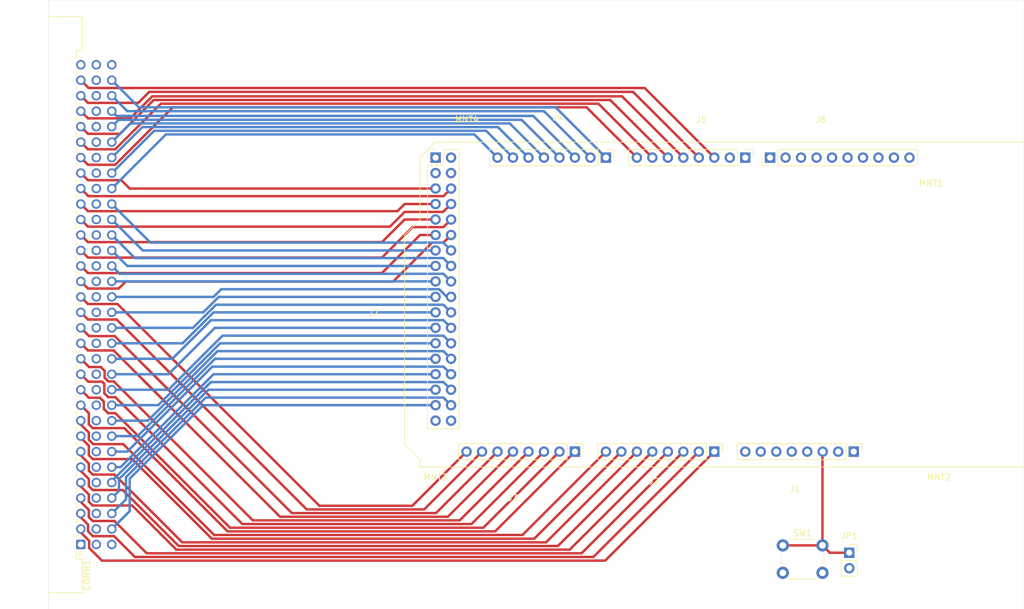
<source format=kicad_pcb>
(kicad_pcb (version 20171130) (host pcbnew "(5.1.7)-1")

  (general
    (thickness 1.6)
    (drawings 27)
    (tracks 303)
    (zones 0)
    (modules 14)
    (nets 114)
  )

  (page A4)
  (layers
    (0 F.Cu signal)
    (31 B.Cu signal)
    (32 B.Adhes user hide)
    (33 F.Adhes user hide)
    (34 B.Paste user hide)
    (35 F.Paste user hide)
    (36 B.SilkS user hide)
    (37 F.SilkS user hide)
    (38 B.Mask user hide)
    (39 F.Mask user hide)
    (40 Dwgs.User user hide)
    (41 Cmts.User user hide)
    (42 Eco1.User user hide)
    (43 Eco2.User user hide)
    (44 Edge.Cuts user hide)
    (45 Margin user hide)
    (46 B.CrtYd user hide)
    (47 F.CrtYd user hide)
    (48 B.Fab user hide)
    (49 F.Fab user hide)
  )

  (setup
    (last_trace_width 0.4)
    (trace_clearance 0.2)
    (zone_clearance 0.508)
    (zone_45_only no)
    (trace_min 0.2)
    (via_size 0.8)
    (via_drill 0.4)
    (via_min_size 0.4)
    (via_min_drill 0.3)
    (uvia_size 0.3)
    (uvia_drill 0.1)
    (uvias_allowed no)
    (uvia_min_size 0.2)
    (uvia_min_drill 0.1)
    (edge_width 0.05)
    (segment_width 0.2)
    (pcb_text_width 0.3)
    (pcb_text_size 1.5 1.5)
    (mod_edge_width 0.12)
    (mod_text_size 1 1)
    (mod_text_width 0.15)
    (pad_size 1.524 1.524)
    (pad_drill 0.762)
    (pad_to_mask_clearance 0)
    (aux_axis_origin 0 0)
    (grid_origin 164.844 116.87)
    (visible_elements FFFFFFFF)
    (pcbplotparams
      (layerselection 0x010fc_ffffffff)
      (usegerberextensions false)
      (usegerberattributes true)
      (usegerberadvancedattributes true)
      (creategerberjobfile true)
      (excludeedgelayer true)
      (linewidth 0.100000)
      (plotframeref false)
      (viasonmask false)
      (mode 1)
      (useauxorigin false)
      (hpglpennumber 1)
      (hpglpenspeed 20)
      (hpglpendiameter 15.000000)
      (psnegative false)
      (psa4output false)
      (plotreference true)
      (plotvalue true)
      (plotinvisibletext false)
      (padsonsilk false)
      (subtractmaskfromsilk false)
      (outputformat 1)
      (mirror false)
      (drillshape 1)
      (scaleselection 1)
      (outputdirectory ""))
  )

  (net 0 "")
  (net 1 "Net-(CONN1-PadB31)")
  (net 2 "Net-(CONN1-PadB30)")
  (net 3 "Net-(CONN1-PadB29)")
  (net 4 "Net-(CONN1-PadB28)")
  (net 5 "Net-(CONN1-PadB27)")
  (net 6 "Net-(CONN1-PadB26)")
  (net 7 "Net-(CONN1-PadB25)")
  (net 8 "Net-(CONN1-PadB24)")
  (net 9 "Net-(CONN1-PadB23)")
  (net 10 "Net-(CONN1-PadB22)")
  (net 11 "Net-(CONN1-PadB21)")
  (net 12 "Net-(CONN1-PadB20)")
  (net 13 "Net-(CONN1-PadB19)")
  (net 14 "Net-(CONN1-PadB18)")
  (net 15 "Net-(CONN1-PadB17)")
  (net 16 "Net-(CONN1-PadB16)")
  (net 17 "Net-(CONN1-PadB15)")
  (net 18 "Net-(CONN1-PadB14)")
  (net 19 "Net-(CONN1-PadB13)")
  (net 20 "Net-(CONN1-PadB12)")
  (net 21 "Net-(CONN1-PadB11)")
  (net 22 "Net-(CONN1-PadB10)")
  (net 23 "Net-(CONN1-PadB9)")
  (net 24 "Net-(CONN1-PadB8)")
  (net 25 "Net-(CONN1-PadB7)")
  (net 26 "Net-(CONN1-PadB6)")
  (net 27 "Net-(CONN1-PadB5)")
  (net 28 "Net-(CONN1-PadB4)")
  (net 29 "Net-(CONN1-PadB3)")
  (net 30 "Net-(CONN1-PadB2)")
  (net 31 "Net-(J1-Pad1)")
  (net 32 "Net-(J1-Pad2)")
  (net 33 "Net-(J1-Pad3)")
  (net 34 "Net-(J1-Pad4)")
  (net 35 "Net-(J1-Pad5)")
  (net 36 "Net-(J1-Pad8)")
  (net 37 "Net-(J5-Pad2)")
  (net 38 "Net-(J5-Pad1)")
  (net 39 "Net-(J6-Pad10)")
  (net 40 "Net-(J6-Pad9)")
  (net 41 "Net-(J6-Pad8)")
  (net 42 "Net-(J6-Pad6)")
  (net 43 "Net-(J6-Pad5)")
  (net 44 "Net-(J6-Pad4)")
  (net 45 "Net-(J6-Pad3)")
  (net 46 "Net-(J6-Pad2)")
  (net 47 "Net-(J6-Pad1)")
  (net 48 "Net-(J7-Pad4)")
  (net 49 "Net-(J7-Pad3)")
  (net 50 "Net-(J7-Pad2)")
  (net 51 "Net-(J7-Pad1)")
  (net 52 BUS_CLK)
  (net 53 R~W~)
  (net 54 ~S_BUS~)
  (net 55 SYS_CLK)
  (net 56 ~BUS_ACTIVE~)
  (net 57 RDY)
  (net 58 /d0)
  (net 59 /d1)
  (net 60 /d2)
  (net 61 /d3)
  (net 62 /d4)
  (net 63 /d5)
  (net 64 /d6)
  (net 65 /d7)
  (net 66 /a12)
  (net 67 /a13)
  (net 68 /a14)
  (net 69 /a15)
  (net 70 /a11)
  (net 71 /a10)
  (net 72 /a9)
  (net 73 /a8)
  (net 74 /a7)
  (net 75 /a6)
  (net 76 /a5)
  (net 77 /a4)
  (net 78 /a3)
  (net 79 /a2)
  (net 80 /a1)
  (net 81 /a0)
  (net 82 ~NMI~)
  (net 83 GND)
  (net 84 ~RST_HDR~)
  (net 85 /bd0)
  (net 86 /bd1)
  (net 87 /bd2)
  (net 88 /bd3)
  (net 89 /bd4)
  (net 90 /bd5)
  (net 91 ~RST~)
  (net 92 ~MP_RST~)
  (net 93 CB2)
  (net 94 CB1)
  (net 95 /pb7)
  (net 96 /pb6)
  (net 97 /pb5)
  (net 98 /pb4)
  (net 99 /pb3)
  (net 100 /pb2)
  (net 101 /pb1)
  (net 102 /pb0)
  (net 103 /pa7)
  (net 104 /pa6)
  (net 105 /pa5)
  (net 106 /pa4)
  (net 107 /pa3)
  (net 108 /pa2)
  (net 109 /pa1)
  (net 110 /pa0)
  (net 111 CA2)
  (net 112 CA1)
  (net 113 +5V)

  (net_class Default "This is the default net class."
    (clearance 0.2)
    (trace_width 0.4)
    (via_dia 0.8)
    (via_drill 0.4)
    (uvia_dia 0.3)
    (uvia_drill 0.1)
    (add_net +5V)
    (add_net /a0)
    (add_net /a1)
    (add_net /a10)
    (add_net /a11)
    (add_net /a12)
    (add_net /a13)
    (add_net /a14)
    (add_net /a15)
    (add_net /a2)
    (add_net /a3)
    (add_net /a4)
    (add_net /a5)
    (add_net /a6)
    (add_net /a7)
    (add_net /a8)
    (add_net /a9)
    (add_net /bd0)
    (add_net /bd1)
    (add_net /bd2)
    (add_net /bd3)
    (add_net /bd4)
    (add_net /bd5)
    (add_net /d0)
    (add_net /d1)
    (add_net /d2)
    (add_net /d3)
    (add_net /d4)
    (add_net /d5)
    (add_net /d6)
    (add_net /d7)
    (add_net /pa0)
    (add_net /pa1)
    (add_net /pa2)
    (add_net /pa3)
    (add_net /pa4)
    (add_net /pa5)
    (add_net /pa6)
    (add_net /pa7)
    (add_net /pb0)
    (add_net /pb1)
    (add_net /pb2)
    (add_net /pb3)
    (add_net /pb4)
    (add_net /pb5)
    (add_net /pb6)
    (add_net /pb7)
    (add_net BUS_CLK)
    (add_net CA1)
    (add_net CA2)
    (add_net CB1)
    (add_net CB2)
    (add_net GND)
    (add_net "Net-(CONN1-PadB10)")
    (add_net "Net-(CONN1-PadB11)")
    (add_net "Net-(CONN1-PadB12)")
    (add_net "Net-(CONN1-PadB13)")
    (add_net "Net-(CONN1-PadB14)")
    (add_net "Net-(CONN1-PadB15)")
    (add_net "Net-(CONN1-PadB16)")
    (add_net "Net-(CONN1-PadB17)")
    (add_net "Net-(CONN1-PadB18)")
    (add_net "Net-(CONN1-PadB19)")
    (add_net "Net-(CONN1-PadB2)")
    (add_net "Net-(CONN1-PadB20)")
    (add_net "Net-(CONN1-PadB21)")
    (add_net "Net-(CONN1-PadB22)")
    (add_net "Net-(CONN1-PadB23)")
    (add_net "Net-(CONN1-PadB24)")
    (add_net "Net-(CONN1-PadB25)")
    (add_net "Net-(CONN1-PadB26)")
    (add_net "Net-(CONN1-PadB27)")
    (add_net "Net-(CONN1-PadB28)")
    (add_net "Net-(CONN1-PadB29)")
    (add_net "Net-(CONN1-PadB3)")
    (add_net "Net-(CONN1-PadB30)")
    (add_net "Net-(CONN1-PadB31)")
    (add_net "Net-(CONN1-PadB4)")
    (add_net "Net-(CONN1-PadB5)")
    (add_net "Net-(CONN1-PadB6)")
    (add_net "Net-(CONN1-PadB7)")
    (add_net "Net-(CONN1-PadB8)")
    (add_net "Net-(CONN1-PadB9)")
    (add_net "Net-(J1-Pad1)")
    (add_net "Net-(J1-Pad2)")
    (add_net "Net-(J1-Pad3)")
    (add_net "Net-(J1-Pad4)")
    (add_net "Net-(J1-Pad5)")
    (add_net "Net-(J1-Pad8)")
    (add_net "Net-(J5-Pad1)")
    (add_net "Net-(J5-Pad2)")
    (add_net "Net-(J6-Pad1)")
    (add_net "Net-(J6-Pad10)")
    (add_net "Net-(J6-Pad2)")
    (add_net "Net-(J6-Pad3)")
    (add_net "Net-(J6-Pad4)")
    (add_net "Net-(J6-Pad5)")
    (add_net "Net-(J6-Pad6)")
    (add_net "Net-(J6-Pad8)")
    (add_net "Net-(J6-Pad9)")
    (add_net "Net-(J7-Pad1)")
    (add_net "Net-(J7-Pad2)")
    (add_net "Net-(J7-Pad3)")
    (add_net "Net-(J7-Pad4)")
    (add_net RDY)
    (add_net R~W~)
    (add_net SYS_CLK)
    (add_net ~BUS_ACTIVE~)
    (add_net ~MP_RST~)
    (add_net ~NMI~)
    (add_net ~RST_HDR~)
    (add_net ~RST~)
    (add_net ~S_BUS~)
  )

  (module Connector_DIN:DIN41612_C_3x32_Male_Horizontal_THT_CAPS (layer F.Cu) (tedit 5F9E07B0) (tstamp 604A2295)
    (at 60.944 132.11 90)
    (descr "DIN41612 connector, type C, Horizontal, 3 rows 32 pins wide, https://www.erni-x-press.com/de/downloads/kataloge/englische_kataloge/erni-din41612-iec60603-2-e.pdf")
    (tags "DIN 41612 IEC 60603 C")
    (path /69F4A377)
    (fp_text reference CONN1 (at -5.08 1 90) (layer F.SilkS)
      (effects (font (size 1 1) (thickness 0.15)))
    )
    (fp_text value C96ABC (at 39.37 7.62 90) (layer F.Fab)
      (effects (font (size 1 1) (thickness 0.15)))
    )
    (fp_text user "Board edge" (at 39.37 -7.3 90) (layer Cmts.User)
      (effects (font (size 0.7 0.7) (thickness 0.1)))
    )
    (fp_text user %R (at 39.37 -2.54 90) (layer F.Fab)
      (effects (font (size 1 1) (thickness 0.15)))
    )
    (fp_line (start 39.37 -5.4) (end 39.37 -6.7) (layer Cmts.User) (width 0.1))
    (fp_line (start 39.37 -5.4) (end 39.57 -5.9) (layer Cmts.User) (width 0.1))
    (fp_line (start 39.17 -5.9) (end 39.37 -5.4) (layer Cmts.User) (width 0.1))
    (fp_line (start -7.63 -5.3) (end 86.37 -5.3) (layer Dwgs.User) (width 0.08))
    (fp_line (start 86.87 -13.23) (end -8.13 -13.23) (layer F.CrtYd) (width 0.05))
    (fp_line (start 86.87 0.5) (end 86.87 -13.23) (layer F.CrtYd) (width 0.05))
    (fp_line (start 80.02 0.5) (end 86.87 0.5) (layer F.CrtYd) (width 0.05))
    (fp_line (start 80.02 6.36) (end 80.02 0.5) (layer F.CrtYd) (width 0.05))
    (fp_line (start -1.27 6.36) (end 80.02 6.36) (layer F.CrtYd) (width 0.05))
    (fp_line (start -1.27 0.5) (end -1.27 6.36) (layer F.CrtYd) (width 0.05))
    (fp_line (start -8.13 0.5) (end -1.27 0.5) (layer F.CrtYd) (width 0.05))
    (fp_line (start -8.13 -13.23) (end -8.13 0.5) (layer F.CrtYd) (width 0.05))
    (fp_line (start 0.5 -1.9) (end 0 -1.2) (layer F.Fab) (width 0.1))
    (fp_line (start -0.5 -1.9) (end 0.5 -1.9) (layer F.Fab) (width 0.1))
    (fp_line (start 0 -1.2) (end -0.5 -1.9) (layer F.Fab) (width 0.1))
    (fp_line (start -1.695 0.3) (end -1.095 0) (layer F.SilkS) (width 0.12))
    (fp_line (start -1.695 -0.3) (end -1.695 0.3) (layer F.SilkS) (width 0.12))
    (fp_line (start -1.095 0) (end -1.695 -0.3) (layer F.SilkS) (width 0.12))
    (fp_line (start 79.61 -0.74) (end 81.11 -0.74) (layer F.SilkS) (width 0.12))
    (fp_line (start 77.07 -0.74) (end 77.871 -0.74) (layer F.SilkS) (width 0.12))
    (fp_line (start 74.53 -0.74) (end 75.331 -0.74) (layer F.SilkS) (width 0.12))
    (fp_line (start 71.99 -0.74) (end 72.791 -0.74) (layer F.SilkS) (width 0.12))
    (fp_line (start 69.45 -0.74) (end 70.251 -0.74) (layer F.SilkS) (width 0.12))
    (fp_line (start 66.91 -0.74) (end 67.711 -0.74) (layer F.SilkS) (width 0.12))
    (fp_line (start 64.37 -0.74) (end 65.171 -0.74) (layer F.SilkS) (width 0.12))
    (fp_line (start 61.83 -0.74) (end 62.631 -0.74) (layer F.SilkS) (width 0.12))
    (fp_line (start 59.29 -0.74) (end 60.091 -0.74) (layer F.SilkS) (width 0.12))
    (fp_line (start 56.75 -0.74) (end 57.551 -0.74) (layer F.SilkS) (width 0.12))
    (fp_line (start 54.21 -0.74) (end 55.011 -0.74) (layer F.SilkS) (width 0.12))
    (fp_line (start 51.67 -0.74) (end 52.471 -0.74) (layer F.SilkS) (width 0.12))
    (fp_line (start 49.13 -0.74) (end 49.931 -0.74) (layer F.SilkS) (width 0.12))
    (fp_line (start 46.59 -0.74) (end 47.391 -0.74) (layer F.SilkS) (width 0.12))
    (fp_line (start 44.05 -0.74) (end 44.851 -0.74) (layer F.SilkS) (width 0.12))
    (fp_line (start 41.51 -0.74) (end 42.311 -0.74) (layer F.SilkS) (width 0.12))
    (fp_line (start 38.97 -0.74) (end 39.771 -0.74) (layer F.SilkS) (width 0.12))
    (fp_line (start 36.43 -0.74) (end 37.231 -0.74) (layer F.SilkS) (width 0.12))
    (fp_line (start 33.89 -0.74) (end 34.691 -0.74) (layer F.SilkS) (width 0.12))
    (fp_line (start 31.35 -0.74) (end 32.151 -0.74) (layer F.SilkS) (width 0.12))
    (fp_line (start 28.81 -0.74) (end 29.611 -0.74) (layer F.SilkS) (width 0.12))
    (fp_line (start 26.27 -0.74) (end 27.071 -0.74) (layer F.SilkS) (width 0.12))
    (fp_line (start 23.73 -0.74) (end 24.531 -0.74) (layer F.SilkS) (width 0.12))
    (fp_line (start 21.19 -0.74) (end 21.991 -0.74) (layer F.SilkS) (width 0.12))
    (fp_line (start 18.65 -0.74) (end 19.451 -0.74) (layer F.SilkS) (width 0.12))
    (fp_line (start 16.11 -0.74) (end 16.911 -0.74) (layer F.SilkS) (width 0.12))
    (fp_line (start 13.57 -0.74) (end 14.371 -0.74) (layer F.SilkS) (width 0.12))
    (fp_line (start 11.03 -0.74) (end 11.831 -0.74) (layer F.SilkS) (width 0.12))
    (fp_line (start 8.49 -0.74) (end 9.291 -0.74) (layer F.SilkS) (width 0.12))
    (fp_line (start 5.95 -0.74) (end 6.751 -0.74) (layer F.SilkS) (width 0.12))
    (fp_line (start 3.41 -0.74) (end 4.211 -0.74) (layer F.SilkS) (width 0.12))
    (fp_line (start 1.095 -0.74) (end 1.671 -0.74) (layer F.SilkS) (width 0.12))
    (fp_line (start -2.371 -0.74) (end -1.095 -0.74) (layer F.SilkS) (width 0.12))
    (fp_line (start 81.11 0.26) (end 81.11 -0.74) (layer F.SilkS) (width 0.12))
    (fp_line (start 86.63 0.26) (end 81.11 0.26) (layer F.SilkS) (width 0.12))
    (fp_line (start 86.63 -5.3) (end 86.63 0.26) (layer F.SilkS) (width 0.12))
    (fp_line (start -2.37 0.26) (end -2.37 -0.74) (layer F.SilkS) (width 0.12))
    (fp_line (start -7.89 0.26) (end -2.37 0.26) (layer F.SilkS) (width 0.12))
    (fp_line (start -7.89 -5.3) (end -7.89 0.26) (layer F.SilkS) (width 0.12))
    (fp_line (start 83.12 -12.74) (end -4.38 -12.74) (layer F.Fab) (width 0.1))
    (fp_line (start 83.12 -6.74) (end 83.12 -12.74) (layer F.Fab) (width 0.1))
    (fp_line (start 86.37 -6.74) (end 83.12 -6.74) (layer F.Fab) (width 0.1))
    (fp_line (start 86.37 0) (end 86.37 -6.74) (layer F.Fab) (width 0.1))
    (fp_line (start 81.37 0) (end 86.37 0) (layer F.Fab) (width 0.1))
    (fp_line (start 81.37 -1) (end 81.37 0) (layer F.Fab) (width 0.1))
    (fp_line (start -2.63 -1) (end 81.37 -1) (layer F.Fab) (width 0.1))
    (fp_line (start -2.63 0) (end -2.63 -1) (layer F.Fab) (width 0.1))
    (fp_line (start -7.63 0) (end -2.63 0) (layer F.Fab) (width 0.1))
    (fp_line (start -7.63 -6.74) (end -7.63 0) (layer F.Fab) (width 0.1))
    (fp_line (start -4.38 -6.74) (end -7.63 -6.74) (layer F.Fab) (width 0.1))
    (fp_line (start -4.38 -12.74) (end -4.38 -6.74) (layer F.Fab) (width 0.1))
    (pad C32 thru_hole circle (at 78.74 5.08 90) (size 1.55 1.55) (drill 1) (layers *.Cu *.Mask)
      (net 83 GND))
    (pad C31 thru_hole circle (at 76.2 5.08 90) (size 1.55 1.55) (drill 1) (layers *.Cu *.Mask)
      (net 84 ~RST_HDR~))
    (pad C30 thru_hole circle (at 73.66 5.08 90) (size 1.55 1.55) (drill 1) (layers *.Cu *.Mask)
      (net 53 R~W~))
    (pad C29 thru_hole circle (at 71.12 5.08 90) (size 1.55 1.55) (drill 1) (layers *.Cu *.Mask)
      (net 85 /bd0))
    (pad C28 thru_hole circle (at 68.58 5.08 90) (size 1.55 1.55) (drill 1) (layers *.Cu *.Mask)
      (net 86 /bd1))
    (pad C27 thru_hole circle (at 66.04 5.08 90) (size 1.55 1.55) (drill 1) (layers *.Cu *.Mask)
      (net 87 /bd2))
    (pad C26 thru_hole circle (at 63.5 5.08 90) (size 1.55 1.55) (drill 1) (layers *.Cu *.Mask)
      (net 88 /bd3))
    (pad C25 thru_hole circle (at 60.96 5.08 90) (size 1.55 1.55) (drill 1) (layers *.Cu *.Mask)
      (net 89 /bd4))
    (pad C24 thru_hole circle (at 58.42 5.08 90) (size 1.55 1.55) (drill 1) (layers *.Cu *.Mask)
      (net 90 /bd5))
    (pad C23 thru_hole circle (at 55.88 5.08 90) (size 1.55 1.55) (drill 1) (layers *.Cu *.Mask)
      (net 91 ~RST~))
    (pad C22 thru_hole circle (at 53.34 5.08 90) (size 1.55 1.55) (drill 1) (layers *.Cu *.Mask)
      (net 92 ~MP_RST~))
    (pad C21 thru_hole circle (at 50.8 5.08 90) (size 1.55 1.55) (drill 1) (layers *.Cu *.Mask)
      (net 93 CB2))
    (pad C20 thru_hole circle (at 48.26 5.08 90) (size 1.55 1.55) (drill 1) (layers *.Cu *.Mask)
      (net 94 CB1))
    (pad C19 thru_hole circle (at 45.72 5.08 90) (size 1.55 1.55) (drill 1) (layers *.Cu *.Mask)
      (net 95 /pb7))
    (pad C18 thru_hole circle (at 43.18 5.08 90) (size 1.55 1.55) (drill 1) (layers *.Cu *.Mask)
      (net 96 /pb6))
    (pad C17 thru_hole circle (at 40.64 5.08 90) (size 1.55 1.55) (drill 1) (layers *.Cu *.Mask)
      (net 97 /pb5))
    (pad C16 thru_hole circle (at 38.1 5.08 90) (size 1.55 1.55) (drill 1) (layers *.Cu *.Mask)
      (net 98 /pb4))
    (pad C15 thru_hole circle (at 35.56 5.08 90) (size 1.55 1.55) (drill 1) (layers *.Cu *.Mask)
      (net 99 /pb3))
    (pad C14 thru_hole circle (at 33.02 5.08 90) (size 1.55 1.55) (drill 1) (layers *.Cu *.Mask)
      (net 100 /pb2))
    (pad C13 thru_hole circle (at 30.48 5.08 90) (size 1.55 1.55) (drill 1) (layers *.Cu *.Mask)
      (net 101 /pb1))
    (pad C12 thru_hole circle (at 27.94 5.08 90) (size 1.55 1.55) (drill 1) (layers *.Cu *.Mask)
      (net 102 /pb0))
    (pad C11 thru_hole circle (at 25.4 5.08 90) (size 1.55 1.55) (drill 1) (layers *.Cu *.Mask)
      (net 103 /pa7))
    (pad C10 thru_hole circle (at 22.86 5.08 90) (size 1.55 1.55) (drill 1) (layers *.Cu *.Mask)
      (net 104 /pa6))
    (pad C9 thru_hole circle (at 20.32 5.08 90) (size 1.55 1.55) (drill 1) (layers *.Cu *.Mask)
      (net 105 /pa5))
    (pad C8 thru_hole circle (at 17.78 5.08 90) (size 1.55 1.55) (drill 1) (layers *.Cu *.Mask)
      (net 106 /pa4))
    (pad C7 thru_hole circle (at 15.24 5.08 90) (size 1.55 1.55) (drill 1) (layers *.Cu *.Mask)
      (net 107 /pa3))
    (pad C6 thru_hole circle (at 12.7 5.08 90) (size 1.55 1.55) (drill 1) (layers *.Cu *.Mask)
      (net 108 /pa2))
    (pad C5 thru_hole circle (at 10.16 5.08 90) (size 1.55 1.55) (drill 1) (layers *.Cu *.Mask)
      (net 109 /pa1))
    (pad C4 thru_hole circle (at 7.62 5.08 90) (size 1.55 1.55) (drill 1) (layers *.Cu *.Mask)
      (net 110 /pa0))
    (pad C3 thru_hole circle (at 5.08 5.08 90) (size 1.55 1.55) (drill 1) (layers *.Cu *.Mask)
      (net 111 CA2))
    (pad C2 thru_hole circle (at 2.54 5.08 90) (size 1.55 1.55) (drill 1) (layers *.Cu *.Mask)
      (net 112 CA1))
    (pad C1 thru_hole circle (at 0 5.08 90) (size 1.55 1.55) (drill 1) (layers *.Cu *.Mask)
      (net 113 +5V))
    (pad B32 thru_hole circle (at 78.74 2.54 90) (size 1.55 1.55) (drill 1) (layers *.Cu *.Mask)
      (net 83 GND))
    (pad B31 thru_hole circle (at 76.2 2.54 90) (size 1.55 1.55) (drill 1) (layers *.Cu *.Mask)
      (net 1 "Net-(CONN1-PadB31)"))
    (pad B30 thru_hole circle (at 73.66 2.54 90) (size 1.55 1.55) (drill 1) (layers *.Cu *.Mask)
      (net 2 "Net-(CONN1-PadB30)"))
    (pad B29 thru_hole circle (at 71.12 2.54 90) (size 1.55 1.55) (drill 1) (layers *.Cu *.Mask)
      (net 3 "Net-(CONN1-PadB29)"))
    (pad B28 thru_hole circle (at 68.58 2.54 90) (size 1.55 1.55) (drill 1) (layers *.Cu *.Mask)
      (net 4 "Net-(CONN1-PadB28)"))
    (pad B27 thru_hole circle (at 66.04 2.54 90) (size 1.55 1.55) (drill 1) (layers *.Cu *.Mask)
      (net 5 "Net-(CONN1-PadB27)"))
    (pad B26 thru_hole circle (at 63.5 2.54 90) (size 1.55 1.55) (drill 1) (layers *.Cu *.Mask)
      (net 6 "Net-(CONN1-PadB26)"))
    (pad B25 thru_hole circle (at 60.96 2.54 90) (size 1.55 1.55) (drill 1) (layers *.Cu *.Mask)
      (net 7 "Net-(CONN1-PadB25)"))
    (pad B24 thru_hole circle (at 58.42 2.54 90) (size 1.55 1.55) (drill 1) (layers *.Cu *.Mask)
      (net 8 "Net-(CONN1-PadB24)"))
    (pad B23 thru_hole circle (at 55.88 2.54 90) (size 1.55 1.55) (drill 1) (layers *.Cu *.Mask)
      (net 9 "Net-(CONN1-PadB23)"))
    (pad B22 thru_hole circle (at 53.34 2.54 90) (size 1.55 1.55) (drill 1) (layers *.Cu *.Mask)
      (net 10 "Net-(CONN1-PadB22)"))
    (pad B21 thru_hole circle (at 50.8 2.54 90) (size 1.55 1.55) (drill 1) (layers *.Cu *.Mask)
      (net 11 "Net-(CONN1-PadB21)"))
    (pad B20 thru_hole circle (at 48.26 2.54 90) (size 1.55 1.55) (drill 1) (layers *.Cu *.Mask)
      (net 12 "Net-(CONN1-PadB20)"))
    (pad B19 thru_hole circle (at 45.72 2.54 90) (size 1.55 1.55) (drill 1) (layers *.Cu *.Mask)
      (net 13 "Net-(CONN1-PadB19)"))
    (pad B18 thru_hole circle (at 43.18 2.54 90) (size 1.55 1.55) (drill 1) (layers *.Cu *.Mask)
      (net 14 "Net-(CONN1-PadB18)"))
    (pad B17 thru_hole circle (at 40.64 2.54 90) (size 1.55 1.55) (drill 1) (layers *.Cu *.Mask)
      (net 15 "Net-(CONN1-PadB17)"))
    (pad B16 thru_hole circle (at 38.1 2.54 90) (size 1.55 1.55) (drill 1) (layers *.Cu *.Mask)
      (net 16 "Net-(CONN1-PadB16)"))
    (pad B15 thru_hole circle (at 35.56 2.54 90) (size 1.55 1.55) (drill 1) (layers *.Cu *.Mask)
      (net 17 "Net-(CONN1-PadB15)"))
    (pad B14 thru_hole circle (at 33.02 2.54 90) (size 1.55 1.55) (drill 1) (layers *.Cu *.Mask)
      (net 18 "Net-(CONN1-PadB14)"))
    (pad B13 thru_hole circle (at 30.48 2.54 90) (size 1.55 1.55) (drill 1) (layers *.Cu *.Mask)
      (net 19 "Net-(CONN1-PadB13)"))
    (pad B12 thru_hole circle (at 27.94 2.54 90) (size 1.55 1.55) (drill 1) (layers *.Cu *.Mask)
      (net 20 "Net-(CONN1-PadB12)"))
    (pad B11 thru_hole circle (at 25.4 2.54 90) (size 1.55 1.55) (drill 1) (layers *.Cu *.Mask)
      (net 21 "Net-(CONN1-PadB11)"))
    (pad B10 thru_hole circle (at 22.86 2.54 90) (size 1.55 1.55) (drill 1) (layers *.Cu *.Mask)
      (net 22 "Net-(CONN1-PadB10)"))
    (pad B9 thru_hole circle (at 20.32 2.54 90) (size 1.55 1.55) (drill 1) (layers *.Cu *.Mask)
      (net 23 "Net-(CONN1-PadB9)"))
    (pad B8 thru_hole circle (at 17.78 2.54 90) (size 1.55 1.55) (drill 1) (layers *.Cu *.Mask)
      (net 24 "Net-(CONN1-PadB8)"))
    (pad B7 thru_hole circle (at 15.24 2.54 90) (size 1.55 1.55) (drill 1) (layers *.Cu *.Mask)
      (net 25 "Net-(CONN1-PadB7)"))
    (pad B6 thru_hole circle (at 12.7 2.54 90) (size 1.55 1.55) (drill 1) (layers *.Cu *.Mask)
      (net 26 "Net-(CONN1-PadB6)"))
    (pad B5 thru_hole circle (at 10.16 2.54 90) (size 1.55 1.55) (drill 1) (layers *.Cu *.Mask)
      (net 27 "Net-(CONN1-PadB5)"))
    (pad B4 thru_hole circle (at 7.62 2.54 90) (size 1.55 1.55) (drill 1) (layers *.Cu *.Mask)
      (net 28 "Net-(CONN1-PadB4)"))
    (pad B3 thru_hole circle (at 5.08 2.54 90) (size 1.55 1.55) (drill 1) (layers *.Cu *.Mask)
      (net 29 "Net-(CONN1-PadB3)"))
    (pad B2 thru_hole circle (at 2.54 2.54 90) (size 1.55 1.55) (drill 1) (layers *.Cu *.Mask)
      (net 30 "Net-(CONN1-PadB2)"))
    (pad B1 thru_hole circle (at 0 2.54 90) (size 1.55 1.55) (drill 1) (layers *.Cu *.Mask)
      (net 113 +5V))
    (pad A32 thru_hole circle (at 78.74 0 90) (size 1.55 1.55) (drill 1) (layers *.Cu *.Mask)
      (net 83 GND))
    (pad A31 thru_hole circle (at 76.2 0 90) (size 1.55 1.55) (drill 1) (layers *.Cu *.Mask)
      (net 52 BUS_CLK))
    (pad A30 thru_hole circle (at 73.66 0 90) (size 1.55 1.55) (drill 1) (layers *.Cu *.Mask)
      (net 82 ~NMI~))
    (pad A29 thru_hole circle (at 71.12 0 90) (size 1.55 1.55) (drill 1) (layers *.Cu *.Mask)
      (net 54 ~S_BUS~))
    (pad A28 thru_hole circle (at 68.58 0 90) (size 1.55 1.55) (drill 1) (layers *.Cu *.Mask)
      (net 55 SYS_CLK))
    (pad A27 thru_hole circle (at 66.04 0 90) (size 1.55 1.55) (drill 1) (layers *.Cu *.Mask)
      (net 56 ~BUS_ACTIVE~))
    (pad A26 thru_hole circle (at 63.5 0 90) (size 1.55 1.55) (drill 1) (layers *.Cu *.Mask)
      (net 57 RDY))
    (pad A25 thru_hole circle (at 60.96 0 90) (size 1.55 1.55) (drill 1) (layers *.Cu *.Mask)
      (net 58 /d0))
    (pad A24 thru_hole circle (at 58.42 0 90) (size 1.55 1.55) (drill 1) (layers *.Cu *.Mask)
      (net 59 /d1))
    (pad A23 thru_hole circle (at 55.88 0 90) (size 1.55 1.55) (drill 1) (layers *.Cu *.Mask)
      (net 60 /d2))
    (pad A22 thru_hole circle (at 53.34 0 90) (size 1.55 1.55) (drill 1) (layers *.Cu *.Mask)
      (net 61 /d3))
    (pad A21 thru_hole circle (at 50.8 0 90) (size 1.55 1.55) (drill 1) (layers *.Cu *.Mask)
      (net 62 /d4))
    (pad A20 thru_hole circle (at 48.26 0 90) (size 1.55 1.55) (drill 1) (layers *.Cu *.Mask)
      (net 63 /d5))
    (pad A19 thru_hole circle (at 45.72 0 90) (size 1.55 1.55) (drill 1) (layers *.Cu *.Mask)
      (net 64 /d6))
    (pad A18 thru_hole circle (at 43.18 0 90) (size 1.55 1.55) (drill 1) (layers *.Cu *.Mask)
      (net 65 /d7))
    (pad A17 thru_hole circle (at 40.64 0 90) (size 1.55 1.55) (drill 1) (layers *.Cu *.Mask)
      (net 66 /a12))
    (pad A16 thru_hole circle (at 38.1 0 90) (size 1.55 1.55) (drill 1) (layers *.Cu *.Mask)
      (net 67 /a13))
    (pad A15 thru_hole circle (at 35.56 0 90) (size 1.55 1.55) (drill 1) (layers *.Cu *.Mask)
      (net 68 /a14))
    (pad A14 thru_hole circle (at 33.02 0 90) (size 1.55 1.55) (drill 1) (layers *.Cu *.Mask)
      (net 69 /a15))
    (pad A13 thru_hole circle (at 30.48 0 90) (size 1.55 1.55) (drill 1) (layers *.Cu *.Mask)
      (net 70 /a11))
    (pad A12 thru_hole circle (at 27.94 0 90) (size 1.55 1.55) (drill 1) (layers *.Cu *.Mask)
      (net 71 /a10))
    (pad A11 thru_hole circle (at 25.4 0 90) (size 1.55 1.55) (drill 1) (layers *.Cu *.Mask)
      (net 72 /a9))
    (pad A10 thru_hole circle (at 22.86 0 90) (size 1.55 1.55) (drill 1) (layers *.Cu *.Mask)
      (net 73 /a8))
    (pad A9 thru_hole circle (at 20.32 0 90) (size 1.55 1.55) (drill 1) (layers *.Cu *.Mask)
      (net 74 /a7))
    (pad A8 thru_hole circle (at 17.78 0 90) (size 1.55 1.55) (drill 1) (layers *.Cu *.Mask)
      (net 75 /a6))
    (pad A7 thru_hole circle (at 15.24 0 90) (size 1.55 1.55) (drill 1) (layers *.Cu *.Mask)
      (net 76 /a5))
    (pad A6 thru_hole circle (at 12.7 0 90) (size 1.55 1.55) (drill 1) (layers *.Cu *.Mask)
      (net 77 /a4))
    (pad A5 thru_hole circle (at 10.16 0 90) (size 1.55 1.55) (drill 1) (layers *.Cu *.Mask)
      (net 78 /a3))
    (pad A4 thru_hole circle (at 7.62 0 90) (size 1.55 1.55) (drill 1) (layers *.Cu *.Mask)
      (net 79 /a2))
    (pad A3 thru_hole circle (at 5.08 0 90) (size 1.55 1.55) (drill 1) (layers *.Cu *.Mask)
      (net 80 /a1))
    (pad A2 thru_hole circle (at 2.54 0 90) (size 1.55 1.55) (drill 1) (layers *.Cu *.Mask)
      (net 81 /a0))
    (pad A1 thru_hole roundrect (at 0 0 180) (size 1.55 1.55) (drill 1) (layers *.Cu *.Mask) (roundrect_rratio 0.161)
      (net 113 +5V))
    (pad "" np_thru_hole circle (at 83.82 -2.54 90) (size 2.85 2.85) (drill 2.85) (layers *.Cu *.Mask))
    (pad "" np_thru_hole circle (at -5.08 -2.54 90) (size 2.85 2.85) (drill 2.85) (layers *.Cu *.Mask))
    (model ${KISYS3DMOD}/Connector_DIN.3dshapes/DIN41612_C_3x32_Male_Horizontal_THT.wrl
      (at (xyz 0 0 0))
      (scale (xyz 1 1 1))
      (rotate (xyz 0 0 0))
    )
  )

  (module Button_Switch_THT:SW_PUSH_6mm (layer F.Cu) (tedit 5A02FE31) (tstamp 604A923A)
    (at 176.079 132.265)
    (descr https://www.omron.com/ecb/products/pdf/en-b3f.pdf)
    (tags "tact sw push 6mm")
    (path /60C85273)
    (fp_text reference SW1 (at 3.25 -2) (layer F.SilkS)
      (effects (font (size 1 1) (thickness 0.15)))
    )
    (fp_text value SW_Push (at 3.75 6.7) (layer F.Fab)
      (effects (font (size 1 1) (thickness 0.15)))
    )
    (fp_text user %R (at 3.25 2.25) (layer F.Fab)
      (effects (font (size 1 1) (thickness 0.15)))
    )
    (fp_line (start 3.25 -0.75) (end 6.25 -0.75) (layer F.Fab) (width 0.1))
    (fp_line (start 6.25 -0.75) (end 6.25 5.25) (layer F.Fab) (width 0.1))
    (fp_line (start 6.25 5.25) (end 0.25 5.25) (layer F.Fab) (width 0.1))
    (fp_line (start 0.25 5.25) (end 0.25 -0.75) (layer F.Fab) (width 0.1))
    (fp_line (start 0.25 -0.75) (end 3.25 -0.75) (layer F.Fab) (width 0.1))
    (fp_line (start 7.75 6) (end 8 6) (layer F.CrtYd) (width 0.05))
    (fp_line (start 8 6) (end 8 5.75) (layer F.CrtYd) (width 0.05))
    (fp_line (start 7.75 -1.5) (end 8 -1.5) (layer F.CrtYd) (width 0.05))
    (fp_line (start 8 -1.5) (end 8 -1.25) (layer F.CrtYd) (width 0.05))
    (fp_line (start -1.5 -1.25) (end -1.5 -1.5) (layer F.CrtYd) (width 0.05))
    (fp_line (start -1.5 -1.5) (end -1.25 -1.5) (layer F.CrtYd) (width 0.05))
    (fp_line (start -1.5 5.75) (end -1.5 6) (layer F.CrtYd) (width 0.05))
    (fp_line (start -1.5 6) (end -1.25 6) (layer F.CrtYd) (width 0.05))
    (fp_line (start -1.25 -1.5) (end 7.75 -1.5) (layer F.CrtYd) (width 0.05))
    (fp_line (start -1.5 5.75) (end -1.5 -1.25) (layer F.CrtYd) (width 0.05))
    (fp_line (start 7.75 6) (end -1.25 6) (layer F.CrtYd) (width 0.05))
    (fp_line (start 8 -1.25) (end 8 5.75) (layer F.CrtYd) (width 0.05))
    (fp_line (start 1 5.5) (end 5.5 5.5) (layer F.SilkS) (width 0.12))
    (fp_line (start -0.25 1.5) (end -0.25 3) (layer F.SilkS) (width 0.12))
    (fp_line (start 5.5 -1) (end 1 -1) (layer F.SilkS) (width 0.12))
    (fp_line (start 6.75 3) (end 6.75 1.5) (layer F.SilkS) (width 0.12))
    (fp_circle (center 3.25 2.25) (end 1.25 2.5) (layer F.Fab) (width 0.1))
    (pad 1 thru_hole circle (at 6.5 0 90) (size 2 2) (drill 1.1) (layers *.Cu *.Mask)
      (net 33 "Net-(J1-Pad3)"))
    (pad 2 thru_hole circle (at 6.5 4.5 90) (size 2 2) (drill 1.1) (layers *.Cu *.Mask)
      (net 83 GND))
    (pad 1 thru_hole circle (at 0 0 90) (size 2 2) (drill 1.1) (layers *.Cu *.Mask)
      (net 33 "Net-(J1-Pad3)"))
    (pad 2 thru_hole circle (at 0 4.5 90) (size 2 2) (drill 1.1) (layers *.Cu *.Mask)
      (net 83 GND))
    (model ${KISYS3DMOD}/Button_Switch_THT.3dshapes/SW_PUSH_6mm.wrl
      (at (xyz 0 0 0))
      (scale (xyz 1 1 1))
      (rotate (xyz 0 0 0))
    )
  )

  (module Connector_PinSocket_2.54mm:PinSocket_1x02_P2.54mm_Vertical (layer F.Cu) (tedit 5A19A420) (tstamp 604A921B)
    (at 186.979 133.465)
    (descr "Through hole straight socket strip, 1x02, 2.54mm pitch, single row (from Kicad 4.0.7), script generated")
    (tags "Through hole socket strip THT 1x02 2.54mm single row")
    (path /60C926A1)
    (fp_text reference JP1 (at 0 -2.77) (layer F.SilkS)
      (effects (font (size 1 1) (thickness 0.15)))
    )
    (fp_text value Jumper_2_Open (at 0 5.31) (layer F.Fab)
      (effects (font (size 1 1) (thickness 0.15)))
    )
    (fp_text user %R (at 0 1.27 90) (layer F.Fab)
      (effects (font (size 1 1) (thickness 0.15)))
    )
    (fp_line (start -1.27 -1.27) (end 0.635 -1.27) (layer F.Fab) (width 0.1))
    (fp_line (start 0.635 -1.27) (end 1.27 -0.635) (layer F.Fab) (width 0.1))
    (fp_line (start 1.27 -0.635) (end 1.27 3.81) (layer F.Fab) (width 0.1))
    (fp_line (start 1.27 3.81) (end -1.27 3.81) (layer F.Fab) (width 0.1))
    (fp_line (start -1.27 3.81) (end -1.27 -1.27) (layer F.Fab) (width 0.1))
    (fp_line (start -1.33 1.27) (end 1.33 1.27) (layer F.SilkS) (width 0.12))
    (fp_line (start -1.33 1.27) (end -1.33 3.87) (layer F.SilkS) (width 0.12))
    (fp_line (start -1.33 3.87) (end 1.33 3.87) (layer F.SilkS) (width 0.12))
    (fp_line (start 1.33 1.27) (end 1.33 3.87) (layer F.SilkS) (width 0.12))
    (fp_line (start 1.33 -1.33) (end 1.33 0) (layer F.SilkS) (width 0.12))
    (fp_line (start 0 -1.33) (end 1.33 -1.33) (layer F.SilkS) (width 0.12))
    (fp_line (start -1.8 -1.8) (end 1.75 -1.8) (layer F.CrtYd) (width 0.05))
    (fp_line (start 1.75 -1.8) (end 1.75 4.3) (layer F.CrtYd) (width 0.05))
    (fp_line (start 1.75 4.3) (end -1.8 4.3) (layer F.CrtYd) (width 0.05))
    (fp_line (start -1.8 4.3) (end -1.8 -1.8) (layer F.CrtYd) (width 0.05))
    (pad 2 thru_hole oval (at 0 2.54) (size 1.7 1.7) (drill 1) (layers *.Cu *.Mask)
      (net 83 GND))
    (pad 1 thru_hole rect (at 0 0) (size 1.7 1.7) (drill 1) (layers *.Cu *.Mask)
      (net 33 "Net-(J1-Pad3)"))
    (model ${KISYS3DMOD}/Connector_PinSocket_2.54mm.3dshapes/PinSocket_1x02_P2.54mm_Vertical.wrl
      (at (xyz 0 0 0))
      (scale (xyz 1 1 1))
      (rotate (xyz 0 0 0))
    )
  )

  (module MountingHole:MountingHole_3.2mm_M3 (layer F.Cu) (tedit 56D1B4CB) (tstamp 604A01FB)
    (at 119.124 116.87 180)
    (descr "Mounting Hole 3.2mm, no annular, M3")
    (tags "mounting hole 3.2mm no annular m3")
    (attr virtual)
    (fp_text reference MNT3 (at 0 -4.2) (layer F.SilkS)
      (effects (font (size 1 1) (thickness 0.15)))
    )
    (fp_text value MountingHole_3.2mm_M3 (at 0 4.2) (layer F.Fab)
      (effects (font (size 1 1) (thickness 0.15)))
    )
    (fp_text user %R (at 0.3 0) (layer F.Fab)
      (effects (font (size 1 1) (thickness 0.15)))
    )
    (fp_circle (center 0 0) (end 3.2 0) (layer Cmts.User) (width 0.15))
    (fp_circle (center 0 0) (end 3.45 0) (layer F.CrtYd) (width 0.05))
    (pad 1 np_thru_hole circle (at 0 0 180) (size 3.2 3.2) (drill 3.2) (layers *.Cu *.Mask))
  )

  (module MountingHole:MountingHole_3.2mm_M3 (layer F.Cu) (tedit 56D1B4CB) (tstamp 604A0225)
    (at 125.474 68.61 180)
    (descr "Mounting Hole 3.2mm, no annular, M3")
    (tags "mounting hole 3.2mm no annular m3")
    (attr virtual)
    (fp_text reference MNT4 (at 1.19 6.28) (layer F.SilkS)
      (effects (font (size 1 1) (thickness 0.15)))
    )
    (fp_text value MountingHole_3.2mm_M3 (at 0 4.2) (layer F.Fab)
      (effects (font (size 1 1) (thickness 0.15)))
    )
    (fp_text user %R (at 0.3 0) (layer F.Fab)
      (effects (font (size 1 1) (thickness 0.15)))
    )
    (fp_circle (center 0 0) (end 3.2 0) (layer Cmts.User) (width 0.15))
    (fp_circle (center 0 0) (end 3.45 0) (layer F.CrtYd) (width 0.05))
    (pad 1 np_thru_hole circle (at 0 0 180) (size 3.2 3.2) (drill 3.2) (layers *.Cu *.Mask))
  )

  (module MountingHole:MountingHole_3.2mm_M3 (layer F.Cu) (tedit 56D1B4CB) (tstamp 604A0210)
    (at 201.674 116.87 180)
    (descr "Mounting Hole 3.2mm, no annular, M3")
    (tags "mounting hole 3.2mm no annular m3")
    (attr virtual)
    (fp_text reference MNT2 (at 0 -4.2) (layer F.SilkS)
      (effects (font (size 1 1) (thickness 0.15)))
    )
    (fp_text value MountingHole_3.2mm_M3 (at 0 4.2) (layer F.Fab)
      (effects (font (size 1 1) (thickness 0.15)))
    )
    (fp_text user %R (at 0.3 0) (layer F.Fab)
      (effects (font (size 1 1) (thickness 0.15)))
    )
    (fp_circle (center 0 0) (end 3.2 0) (layer Cmts.User) (width 0.15))
    (fp_circle (center 0 0) (end 3.45 0) (layer F.CrtYd) (width 0.05))
    (pad 1 np_thru_hole circle (at 0 0 180) (size 3.2 3.2) (drill 3.2) (layers *.Cu *.Mask))
  )

  (module MountingHole:MountingHole_3.2mm_M3 (layer F.Cu) (tedit 56D1B4CB) (tstamp 604A023A)
    (at 200.404 68.61 180)
    (descr "Mounting Hole 3.2mm, no annular, M3")
    (tags "mounting hole 3.2mm no annular m3")
    (attr virtual)
    (fp_text reference MNT1 (at 0 -4.2) (layer F.SilkS)
      (effects (font (size 1 1) (thickness 0.15)))
    )
    (fp_text value MountingHole_3.2mm_M3 (at 0 4.2) (layer F.Fab)
      (effects (font (size 1 1) (thickness 0.15)))
    )
    (fp_text user %R (at 0.3 0) (layer F.Fab)
      (effects (font (size 1 1) (thickness 0.15)))
    )
    (fp_circle (center 0 0) (end 3.2 0) (layer Cmts.User) (width 0.15))
    (fp_circle (center 0 0) (end 3.45 0) (layer F.CrtYd) (width 0.05))
    (pad 1 np_thru_hole circle (at 0 0 180) (size 3.2 3.2) (drill 3.2) (layers *.Cu *.Mask))
  )

  (module Connector_PinHeader_2.54mm:PinHeader_1x08_P2.54mm_Vertical (layer F.Cu) (tedit 59FED5CC) (tstamp 604A035C)
    (at 187.704 116.87 270)
    (descr "Through hole straight pin header, 1x08, 2.54mm pitch, single row")
    (tags "Through hole pin header THT 1x08 2.54mm single row")
    (path /60498287)
    (fp_text reference J1 (at 6.1 9.66 180) (layer F.SilkS)
      (effects (font (size 1 1) (thickness 0.15)))
    )
    (fp_text value Conn_01x08_Male (at 0 20.11 90) (layer F.Fab)
      (effects (font (size 1 1) (thickness 0.15)))
    )
    (fp_line (start -0.635 -1.27) (end 1.27 -1.27) (layer F.Fab) (width 0.1))
    (fp_line (start 1.27 -1.27) (end 1.27 19.05) (layer F.Fab) (width 0.1))
    (fp_line (start 1.27 19.05) (end -1.27 19.05) (layer F.Fab) (width 0.1))
    (fp_line (start -1.27 19.05) (end -1.27 -0.635) (layer F.Fab) (width 0.1))
    (fp_line (start -1.27 -0.635) (end -0.635 -1.27) (layer F.Fab) (width 0.1))
    (fp_line (start -1.33 19.11) (end 1.33 19.11) (layer F.SilkS) (width 0.12))
    (fp_line (start -1.33 1.27) (end -1.33 19.11) (layer F.SilkS) (width 0.12))
    (fp_line (start 1.33 1.27) (end 1.33 19.11) (layer F.SilkS) (width 0.12))
    (fp_line (start -1.33 1.27) (end 1.33 1.27) (layer F.SilkS) (width 0.12))
    (fp_line (start -1.33 0) (end -1.33 -1.33) (layer F.SilkS) (width 0.12))
    (fp_line (start -1.33 -1.33) (end 0 -1.33) (layer F.SilkS) (width 0.12))
    (fp_line (start -1.8 -1.8) (end -1.8 19.55) (layer F.CrtYd) (width 0.05))
    (fp_line (start -1.8 19.55) (end 1.8 19.55) (layer F.CrtYd) (width 0.05))
    (fp_line (start 1.8 19.55) (end 1.8 -1.8) (layer F.CrtYd) (width 0.05))
    (fp_line (start 1.8 -1.8) (end -1.8 -1.8) (layer F.CrtYd) (width 0.05))
    (fp_text user %R (at 0 8.89) (layer F.Fab)
      (effects (font (size 1 1) (thickness 0.15)))
    )
    (pad 1 thru_hole rect (at 0 0 270) (size 1.7 1.7) (drill 1) (layers *.Cu *.Mask)
      (net 31 "Net-(J1-Pad1)"))
    (pad 2 thru_hole oval (at 0 2.54 270) (size 1.7 1.7) (drill 1) (layers *.Cu *.Mask)
      (net 32 "Net-(J1-Pad2)"))
    (pad 3 thru_hole oval (at 0 5.08 270) (size 1.7 1.7) (drill 1) (layers *.Cu *.Mask)
      (net 33 "Net-(J1-Pad3)"))
    (pad 4 thru_hole oval (at 0 7.62 270) (size 1.7 1.7) (drill 1) (layers *.Cu *.Mask)
      (net 34 "Net-(J1-Pad4)"))
    (pad 5 thru_hole oval (at 0 10.16 270) (size 1.7 1.7) (drill 1) (layers *.Cu *.Mask)
      (net 35 "Net-(J1-Pad5)"))
    (pad 6 thru_hole oval (at 0 12.7 270) (size 1.7 1.7) (drill 1) (layers *.Cu *.Mask)
      (net 83 GND))
    (pad 7 thru_hole oval (at 0 15.24 270) (size 1.7 1.7) (drill 1) (layers *.Cu *.Mask)
      (net 83 GND))
    (pad 8 thru_hole oval (at 0 17.78 270) (size 1.7 1.7) (drill 1) (layers *.Cu *.Mask)
      (net 36 "Net-(J1-Pad8)"))
    (model ${KISYS3DMOD}/Connector_PinHeader_2.54mm.3dshapes/PinHeader_1x08_P2.54mm_Vertical.wrl
      (at (xyz 0 0 0))
      (scale (xyz 1 1 1))
      (rotate (xyz 0 0 0))
    )
  )

  (module Connector_PinHeader_2.54mm:PinHeader_1x08_P2.54mm_Vertical (layer F.Cu) (tedit 59FED5CC) (tstamp 604A03FE)
    (at 164.844 116.87 270)
    (descr "Through hole straight pin header, 1x08, 2.54mm pitch, single row")
    (tags "Through hole pin header THT 1x08 2.54mm single row")
    (path /6049CB66)
    (fp_text reference J2 (at 4.9 9.9 180) (layer F.SilkS)
      (effects (font (size 1 1) (thickness 0.15)))
    )
    (fp_text value Conn_01x08_Male (at 0 20.11 90) (layer F.Fab)
      (effects (font (size 1 1) (thickness 0.15)))
    )
    (fp_line (start -0.635 -1.27) (end 1.27 -1.27) (layer F.Fab) (width 0.1))
    (fp_line (start 1.27 -1.27) (end 1.27 19.05) (layer F.Fab) (width 0.1))
    (fp_line (start 1.27 19.05) (end -1.27 19.05) (layer F.Fab) (width 0.1))
    (fp_line (start -1.27 19.05) (end -1.27 -0.635) (layer F.Fab) (width 0.1))
    (fp_line (start -1.27 -0.635) (end -0.635 -1.27) (layer F.Fab) (width 0.1))
    (fp_line (start -1.33 19.11) (end 1.33 19.11) (layer F.SilkS) (width 0.12))
    (fp_line (start -1.33 1.27) (end -1.33 19.11) (layer F.SilkS) (width 0.12))
    (fp_line (start 1.33 1.27) (end 1.33 19.11) (layer F.SilkS) (width 0.12))
    (fp_line (start -1.33 1.27) (end 1.33 1.27) (layer F.SilkS) (width 0.12))
    (fp_line (start -1.33 0) (end -1.33 -1.33) (layer F.SilkS) (width 0.12))
    (fp_line (start -1.33 -1.33) (end 0 -1.33) (layer F.SilkS) (width 0.12))
    (fp_line (start -1.8 -1.8) (end -1.8 19.55) (layer F.CrtYd) (width 0.05))
    (fp_line (start -1.8 19.55) (end 1.8 19.55) (layer F.CrtYd) (width 0.05))
    (fp_line (start 1.8 19.55) (end 1.8 -1.8) (layer F.CrtYd) (width 0.05))
    (fp_line (start 1.8 -1.8) (end -1.8 -1.8) (layer F.CrtYd) (width 0.05))
    (fp_text user %R (at 0 8.89) (layer F.Fab)
      (effects (font (size 1 1) (thickness 0.15)))
    )
    (pad 1 thru_hole rect (at 0 0 270) (size 1.7 1.7) (drill 1) (layers *.Cu *.Mask)
      (net 81 /a0))
    (pad 2 thru_hole oval (at 0 2.54 270) (size 1.7 1.7) (drill 1) (layers *.Cu *.Mask)
      (net 80 /a1))
    (pad 3 thru_hole oval (at 0 5.08 270) (size 1.7 1.7) (drill 1) (layers *.Cu *.Mask)
      (net 79 /a2))
    (pad 4 thru_hole oval (at 0 7.62 270) (size 1.7 1.7) (drill 1) (layers *.Cu *.Mask)
      (net 78 /a3))
    (pad 5 thru_hole oval (at 0 10.16 270) (size 1.7 1.7) (drill 1) (layers *.Cu *.Mask)
      (net 77 /a4))
    (pad 6 thru_hole oval (at 0 12.7 270) (size 1.7 1.7) (drill 1) (layers *.Cu *.Mask)
      (net 76 /a5))
    (pad 7 thru_hole oval (at 0 15.24 270) (size 1.7 1.7) (drill 1) (layers *.Cu *.Mask)
      (net 75 /a6))
    (pad 8 thru_hole oval (at 0 17.78 270) (size 1.7 1.7) (drill 1) (layers *.Cu *.Mask)
      (net 74 /a7))
    (model ${KISYS3DMOD}/Connector_PinHeader_2.54mm.3dshapes/PinHeader_1x08_P2.54mm_Vertical.wrl
      (at (xyz 0 0 0))
      (scale (xyz 1 1 1))
      (rotate (xyz 0 0 0))
    )
  )

  (module Connector_PinHeader_2.54mm:PinHeader_1x08_P2.54mm_Vertical (layer F.Cu) (tedit 59FED5CC) (tstamp 604A03AD)
    (at 141.984 116.87 270)
    (descr "Through hole straight pin header, 1x08, 2.54mm pitch, single row")
    (tags "Through hole pin header THT 1x08 2.54mm single row")
    (path /6049D341)
    (fp_text reference J3 (at 7.62 10.16 180) (layer F.SilkS)
      (effects (font (size 1 1) (thickness 0.15)))
    )
    (fp_text value Conn_01x08_Male (at 0 20.11 90) (layer F.Fab)
      (effects (font (size 1 1) (thickness 0.15)))
    )
    (fp_text user %R (at 0 8.89) (layer F.Fab)
      (effects (font (size 1 1) (thickness 0.15)))
    )
    (fp_line (start -0.635 -1.27) (end 1.27 -1.27) (layer F.Fab) (width 0.1))
    (fp_line (start 1.27 -1.27) (end 1.27 19.05) (layer F.Fab) (width 0.1))
    (fp_line (start 1.27 19.05) (end -1.27 19.05) (layer F.Fab) (width 0.1))
    (fp_line (start -1.27 19.05) (end -1.27 -0.635) (layer F.Fab) (width 0.1))
    (fp_line (start -1.27 -0.635) (end -0.635 -1.27) (layer F.Fab) (width 0.1))
    (fp_line (start -1.33 19.11) (end 1.33 19.11) (layer F.SilkS) (width 0.12))
    (fp_line (start -1.33 1.27) (end -1.33 19.11) (layer F.SilkS) (width 0.12))
    (fp_line (start 1.33 1.27) (end 1.33 19.11) (layer F.SilkS) (width 0.12))
    (fp_line (start -1.33 1.27) (end 1.33 1.27) (layer F.SilkS) (width 0.12))
    (fp_line (start -1.33 0) (end -1.33 -1.33) (layer F.SilkS) (width 0.12))
    (fp_line (start -1.33 -1.33) (end 0 -1.33) (layer F.SilkS) (width 0.12))
    (fp_line (start -1.8 -1.8) (end -1.8 19.55) (layer F.CrtYd) (width 0.05))
    (fp_line (start -1.8 19.55) (end 1.8 19.55) (layer F.CrtYd) (width 0.05))
    (fp_line (start 1.8 19.55) (end 1.8 -1.8) (layer F.CrtYd) (width 0.05))
    (fp_line (start 1.8 -1.8) (end -1.8 -1.8) (layer F.CrtYd) (width 0.05))
    (pad 8 thru_hole oval (at 0 17.78 270) (size 1.7 1.7) (drill 1) (layers *.Cu *.Mask)
      (net 66 /a12))
    (pad 7 thru_hole oval (at 0 15.24 270) (size 1.7 1.7) (drill 1) (layers *.Cu *.Mask)
      (net 67 /a13))
    (pad 6 thru_hole oval (at 0 12.7 270) (size 1.7 1.7) (drill 1) (layers *.Cu *.Mask)
      (net 68 /a14))
    (pad 5 thru_hole oval (at 0 10.16 270) (size 1.7 1.7) (drill 1) (layers *.Cu *.Mask)
      (net 69 /a15))
    (pad 4 thru_hole oval (at 0 7.62 270) (size 1.7 1.7) (drill 1) (layers *.Cu *.Mask)
      (net 70 /a11))
    (pad 3 thru_hole oval (at 0 5.08 270) (size 1.7 1.7) (drill 1) (layers *.Cu *.Mask)
      (net 71 /a10))
    (pad 2 thru_hole oval (at 0 2.54 270) (size 1.7 1.7) (drill 1) (layers *.Cu *.Mask)
      (net 72 /a9))
    (pad 1 thru_hole rect (at 0 0 270) (size 1.7 1.7) (drill 1) (layers *.Cu *.Mask)
      (net 73 /a8))
    (model ${KISYS3DMOD}/Connector_PinHeader_2.54mm.3dshapes/PinHeader_1x08_P2.54mm_Vertical.wrl
      (at (xyz 0 0 0))
      (scale (xyz 1 1 1))
      (rotate (xyz 0 0 0))
    )
  )

  (module Connector_PinHeader_2.54mm:PinHeader_2x18_P2.54mm_Vertical (layer F.Cu) (tedit 59FED5CC) (tstamp 604A046D)
    (at 119.124 68.61)
    (descr "Through hole straight pin header, 2x18, 2.54mm pitch, double rows")
    (tags "Through hole pin header THT 2x18 2.54mm double row")
    (path /6049EEA6)
    (fp_text reference J7 (at -10.18 25.56) (layer F.SilkS)
      (effects (font (size 1 1) (thickness 0.15)))
    )
    (fp_text value Conn_02x18_Odd_Even (at 1.27 45.51) (layer F.Fab)
      (effects (font (size 1 1) (thickness 0.15)))
    )
    (fp_text user %R (at 1.27 21.59 90) (layer F.Fab)
      (effects (font (size 1 1) (thickness 0.15)))
    )
    (fp_line (start 0 -1.27) (end 3.81 -1.27) (layer F.Fab) (width 0.1))
    (fp_line (start 3.81 -1.27) (end 3.81 44.45) (layer F.Fab) (width 0.1))
    (fp_line (start 3.81 44.45) (end -1.27 44.45) (layer F.Fab) (width 0.1))
    (fp_line (start -1.27 44.45) (end -1.27 0) (layer F.Fab) (width 0.1))
    (fp_line (start -1.27 0) (end 0 -1.27) (layer F.Fab) (width 0.1))
    (fp_line (start -1.33 44.51) (end 3.87 44.51) (layer F.SilkS) (width 0.12))
    (fp_line (start -1.33 1.27) (end -1.33 44.51) (layer F.SilkS) (width 0.12))
    (fp_line (start 3.87 -1.33) (end 3.87 44.51) (layer F.SilkS) (width 0.12))
    (fp_line (start -1.33 1.27) (end 1.27 1.27) (layer F.SilkS) (width 0.12))
    (fp_line (start 1.27 1.27) (end 1.27 -1.33) (layer F.SilkS) (width 0.12))
    (fp_line (start 1.27 -1.33) (end 3.87 -1.33) (layer F.SilkS) (width 0.12))
    (fp_line (start -1.33 0) (end -1.33 -1.33) (layer F.SilkS) (width 0.12))
    (fp_line (start -1.33 -1.33) (end 0 -1.33) (layer F.SilkS) (width 0.12))
    (fp_line (start -1.8 -1.8) (end -1.8 44.95) (layer F.CrtYd) (width 0.05))
    (fp_line (start -1.8 44.95) (end 4.35 44.95) (layer F.CrtYd) (width 0.05))
    (fp_line (start 4.35 44.95) (end 4.35 -1.8) (layer F.CrtYd) (width 0.05))
    (fp_line (start 4.35 -1.8) (end -1.8 -1.8) (layer F.CrtYd) (width 0.05))
    (pad 36 thru_hole oval (at 2.54 43.18) (size 1.7 1.7) (drill 1) (layers *.Cu *.Mask)
      (net 83 GND))
    (pad 35 thru_hole oval (at 0 43.18) (size 1.7 1.7) (drill 1) (layers *.Cu *.Mask)
      (net 83 GND))
    (pad 34 thru_hole oval (at 2.54 40.64) (size 1.7 1.7) (drill 1) (layers *.Cu *.Mask)
      (net 111 CA2))
    (pad 33 thru_hole oval (at 0 40.64) (size 1.7 1.7) (drill 1) (layers *.Cu *.Mask)
      (net 112 CA1))
    (pad 32 thru_hole oval (at 2.54 38.1) (size 1.7 1.7) (drill 1) (layers *.Cu *.Mask)
      (net 109 /pa1))
    (pad 31 thru_hole oval (at 0 38.1) (size 1.7 1.7) (drill 1) (layers *.Cu *.Mask)
      (net 110 /pa0))
    (pad 30 thru_hole oval (at 2.54 35.56) (size 1.7 1.7) (drill 1) (layers *.Cu *.Mask)
      (net 107 /pa3))
    (pad 29 thru_hole oval (at 0 35.56) (size 1.7 1.7) (drill 1) (layers *.Cu *.Mask)
      (net 108 /pa2))
    (pad 28 thru_hole oval (at 2.54 33.02) (size 1.7 1.7) (drill 1) (layers *.Cu *.Mask)
      (net 105 /pa5))
    (pad 27 thru_hole oval (at 0 33.02) (size 1.7 1.7) (drill 1) (layers *.Cu *.Mask)
      (net 106 /pa4))
    (pad 26 thru_hole oval (at 2.54 30.48) (size 1.7 1.7) (drill 1) (layers *.Cu *.Mask)
      (net 103 /pa7))
    (pad 25 thru_hole oval (at 0 30.48) (size 1.7 1.7) (drill 1) (layers *.Cu *.Mask)
      (net 104 /pa6))
    (pad 24 thru_hole oval (at 2.54 27.94) (size 1.7 1.7) (drill 1) (layers *.Cu *.Mask)
      (net 101 /pb1))
    (pad 23 thru_hole oval (at 0 27.94) (size 1.7 1.7) (drill 1) (layers *.Cu *.Mask)
      (net 102 /pb0))
    (pad 22 thru_hole oval (at 2.54 25.4) (size 1.7 1.7) (drill 1) (layers *.Cu *.Mask)
      (net 99 /pb3))
    (pad 21 thru_hole oval (at 0 25.4) (size 1.7 1.7) (drill 1) (layers *.Cu *.Mask)
      (net 100 /pb2))
    (pad 20 thru_hole oval (at 2.54 22.86) (size 1.7 1.7) (drill 1) (layers *.Cu *.Mask)
      (net 97 /pb5))
    (pad 19 thru_hole oval (at 0 22.86) (size 1.7 1.7) (drill 1) (layers *.Cu *.Mask)
      (net 98 /pb4))
    (pad 18 thru_hole oval (at 2.54 20.32) (size 1.7 1.7) (drill 1) (layers *.Cu *.Mask)
      (net 95 /pb7))
    (pad 17 thru_hole oval (at 0 20.32) (size 1.7 1.7) (drill 1) (layers *.Cu *.Mask)
      (net 96 /pb6))
    (pad 16 thru_hole oval (at 2.54 17.78) (size 1.7 1.7) (drill 1) (layers *.Cu *.Mask)
      (net 93 CB2))
    (pad 15 thru_hole oval (at 0 17.78) (size 1.7 1.7) (drill 1) (layers *.Cu *.Mask)
      (net 94 CB1))
    (pad 14 thru_hole oval (at 2.54 15.24) (size 1.7 1.7) (drill 1) (layers *.Cu *.Mask)
      (net 91 ~RST~))
    (pad 13 thru_hole oval (at 0 15.24) (size 1.7 1.7) (drill 1) (layers *.Cu *.Mask)
      (net 92 ~MP_RST~))
    (pad 12 thru_hole oval (at 2.54 12.7) (size 1.7 1.7) (drill 1) (layers *.Cu *.Mask)
      (net 65 /d7))
    (pad 11 thru_hole oval (at 0 12.7) (size 1.7 1.7) (drill 1) (layers *.Cu *.Mask)
      (net 64 /d6))
    (pad 10 thru_hole oval (at 2.54 10.16) (size 1.7 1.7) (drill 1) (layers *.Cu *.Mask)
      (net 63 /d5))
    (pad 9 thru_hole oval (at 0 10.16) (size 1.7 1.7) (drill 1) (layers *.Cu *.Mask)
      (net 62 /d4))
    (pad 8 thru_hole oval (at 2.54 7.62) (size 1.7 1.7) (drill 1) (layers *.Cu *.Mask)
      (net 61 /d3))
    (pad 7 thru_hole oval (at 0 7.62) (size 1.7 1.7) (drill 1) (layers *.Cu *.Mask)
      (net 60 /d2))
    (pad 6 thru_hole oval (at 2.54 5.08) (size 1.7 1.7) (drill 1) (layers *.Cu *.Mask)
      (net 59 /d1))
    (pad 5 thru_hole oval (at 0 5.08) (size 1.7 1.7) (drill 1) (layers *.Cu *.Mask)
      (net 58 /d0))
    (pad 4 thru_hole oval (at 2.54 2.54) (size 1.7 1.7) (drill 1) (layers *.Cu *.Mask)
      (net 48 "Net-(J7-Pad4)"))
    (pad 3 thru_hole oval (at 0 2.54) (size 1.7 1.7) (drill 1) (layers *.Cu *.Mask)
      (net 49 "Net-(J7-Pad3)"))
    (pad 2 thru_hole oval (at 2.54 0) (size 1.7 1.7) (drill 1) (layers *.Cu *.Mask)
      (net 50 "Net-(J7-Pad2)"))
    (pad 1 thru_hole rect (at 0 0) (size 1.7 1.7) (drill 1) (layers *.Cu *.Mask)
      (net 51 "Net-(J7-Pad1)"))
    (model ${KISYS3DMOD}/Connector_PinHeader_2.54mm.3dshapes/PinHeader_2x18_P2.54mm_Vertical.wrl
      (at (xyz 0 0 0))
      (scale (xyz 1 1 1))
      (rotate (xyz 0 0 0))
    )
  )

  (module Connector_PinHeader_2.54mm:PinHeader_1x08_P2.54mm_Vertical (layer F.Cu) (tedit 59FED5CC) (tstamp 604A02B4)
    (at 147.064 68.61 270)
    (descr "Through hole straight pin header, 1x08, 2.54mm pitch, single row")
    (tags "Through hole pin header THT 1x08 2.54mm single row")
    (path /6049E072)
    (fp_text reference J4 (at -6.64 7.92 180) (layer F.SilkS)
      (effects (font (size 1 1) (thickness 0.15)))
    )
    (fp_text value Conn_01x08_Male (at 0 20.11 90) (layer F.Fab)
      (effects (font (size 1 1) (thickness 0.15)))
    )
    (fp_text user %R (at 0 8.89) (layer F.Fab)
      (effects (font (size 1 1) (thickness 0.15)))
    )
    (fp_line (start -0.635 -1.27) (end 1.27 -1.27) (layer F.Fab) (width 0.1))
    (fp_line (start 1.27 -1.27) (end 1.27 19.05) (layer F.Fab) (width 0.1))
    (fp_line (start 1.27 19.05) (end -1.27 19.05) (layer F.Fab) (width 0.1))
    (fp_line (start -1.27 19.05) (end -1.27 -0.635) (layer F.Fab) (width 0.1))
    (fp_line (start -1.27 -0.635) (end -0.635 -1.27) (layer F.Fab) (width 0.1))
    (fp_line (start -1.33 19.11) (end 1.33 19.11) (layer F.SilkS) (width 0.12))
    (fp_line (start -1.33 1.27) (end -1.33 19.11) (layer F.SilkS) (width 0.12))
    (fp_line (start 1.33 1.27) (end 1.33 19.11) (layer F.SilkS) (width 0.12))
    (fp_line (start -1.33 1.27) (end 1.33 1.27) (layer F.SilkS) (width 0.12))
    (fp_line (start -1.33 0) (end -1.33 -1.33) (layer F.SilkS) (width 0.12))
    (fp_line (start -1.33 -1.33) (end 0 -1.33) (layer F.SilkS) (width 0.12))
    (fp_line (start -1.8 -1.8) (end -1.8 19.55) (layer F.CrtYd) (width 0.05))
    (fp_line (start -1.8 19.55) (end 1.8 19.55) (layer F.CrtYd) (width 0.05))
    (fp_line (start 1.8 19.55) (end 1.8 -1.8) (layer F.CrtYd) (width 0.05))
    (fp_line (start 1.8 -1.8) (end -1.8 -1.8) (layer F.CrtYd) (width 0.05))
    (pad 8 thru_hole oval (at 0 17.78 270) (size 1.7 1.7) (drill 1) (layers *.Cu *.Mask)
      (net 90 /bd5))
    (pad 7 thru_hole oval (at 0 15.24 270) (size 1.7 1.7) (drill 1) (layers *.Cu *.Mask)
      (net 89 /bd4))
    (pad 6 thru_hole oval (at 0 12.7 270) (size 1.7 1.7) (drill 1) (layers *.Cu *.Mask)
      (net 88 /bd3))
    (pad 5 thru_hole oval (at 0 10.16 270) (size 1.7 1.7) (drill 1) (layers *.Cu *.Mask)
      (net 87 /bd2))
    (pad 4 thru_hole oval (at 0 7.62 270) (size 1.7 1.7) (drill 1) (layers *.Cu *.Mask)
      (net 86 /bd1))
    (pad 3 thru_hole oval (at 0 5.08 270) (size 1.7 1.7) (drill 1) (layers *.Cu *.Mask)
      (net 85 /bd0))
    (pad 2 thru_hole oval (at 0 2.54 270) (size 1.7 1.7) (drill 1) (layers *.Cu *.Mask)
      (net 53 R~W~))
    (pad 1 thru_hole rect (at 0 0 270) (size 1.7 1.7) (drill 1) (layers *.Cu *.Mask)
      (net 84 ~RST_HDR~))
    (model ${KISYS3DMOD}/Connector_PinHeader_2.54mm.3dshapes/PinHeader_1x08_P2.54mm_Vertical.wrl
      (at (xyz 0 0 0))
      (scale (xyz 1 1 1))
      (rotate (xyz 0 0 0))
    )
  )

  (module Connector_PinHeader_2.54mm:PinHeader_1x08_P2.54mm_Vertical (layer F.Cu) (tedit 59FED5CC) (tstamp 604A0263)
    (at 169.924 68.61 270)
    (descr "Through hole straight pin header, 1x08, 2.54mm pitch, single row")
    (tags "Through hole pin header THT 1x08 2.54mm single row")
    (path /6049D9D7)
    (fp_text reference J5 (at -6.24 7.18 180) (layer F.SilkS)
      (effects (font (size 1 1) (thickness 0.15)))
    )
    (fp_text value Conn_01x08_Male (at 0 20.11 90) (layer F.Fab)
      (effects (font (size 1 1) (thickness 0.15)))
    )
    (fp_text user %R (at 0 8.89) (layer F.Fab)
      (effects (font (size 1 1) (thickness 0.15)))
    )
    (fp_line (start -0.635 -1.27) (end 1.27 -1.27) (layer F.Fab) (width 0.1))
    (fp_line (start 1.27 -1.27) (end 1.27 19.05) (layer F.Fab) (width 0.1))
    (fp_line (start 1.27 19.05) (end -1.27 19.05) (layer F.Fab) (width 0.1))
    (fp_line (start -1.27 19.05) (end -1.27 -0.635) (layer F.Fab) (width 0.1))
    (fp_line (start -1.27 -0.635) (end -0.635 -1.27) (layer F.Fab) (width 0.1))
    (fp_line (start -1.33 19.11) (end 1.33 19.11) (layer F.SilkS) (width 0.12))
    (fp_line (start -1.33 1.27) (end -1.33 19.11) (layer F.SilkS) (width 0.12))
    (fp_line (start 1.33 1.27) (end 1.33 19.11) (layer F.SilkS) (width 0.12))
    (fp_line (start -1.33 1.27) (end 1.33 1.27) (layer F.SilkS) (width 0.12))
    (fp_line (start -1.33 0) (end -1.33 -1.33) (layer F.SilkS) (width 0.12))
    (fp_line (start -1.33 -1.33) (end 0 -1.33) (layer F.SilkS) (width 0.12))
    (fp_line (start -1.8 -1.8) (end -1.8 19.55) (layer F.CrtYd) (width 0.05))
    (fp_line (start -1.8 19.55) (end 1.8 19.55) (layer F.CrtYd) (width 0.05))
    (fp_line (start 1.8 19.55) (end 1.8 -1.8) (layer F.CrtYd) (width 0.05))
    (fp_line (start 1.8 -1.8) (end -1.8 -1.8) (layer F.CrtYd) (width 0.05))
    (pad 8 thru_hole oval (at 0 17.78 270) (size 1.7 1.7) (drill 1) (layers *.Cu *.Mask)
      (net 57 RDY))
    (pad 7 thru_hole oval (at 0 15.24 270) (size 1.7 1.7) (drill 1) (layers *.Cu *.Mask)
      (net 56 ~BUS_ACTIVE~))
    (pad 6 thru_hole oval (at 0 12.7 270) (size 1.7 1.7) (drill 1) (layers *.Cu *.Mask)
      (net 55 SYS_CLK))
    (pad 5 thru_hole oval (at 0 10.16 270) (size 1.7 1.7) (drill 1) (layers *.Cu *.Mask)
      (net 54 ~S_BUS~))
    (pad 4 thru_hole oval (at 0 7.62 270) (size 1.7 1.7) (drill 1) (layers *.Cu *.Mask)
      (net 82 ~NMI~))
    (pad 3 thru_hole oval (at 0 5.08 270) (size 1.7 1.7) (drill 1) (layers *.Cu *.Mask)
      (net 52 BUS_CLK))
    (pad 2 thru_hole oval (at 0 2.54 270) (size 1.7 1.7) (drill 1) (layers *.Cu *.Mask)
      (net 37 "Net-(J5-Pad2)"))
    (pad 1 thru_hole rect (at 0 0 270) (size 1.7 1.7) (drill 1) (layers *.Cu *.Mask)
      (net 38 "Net-(J5-Pad1)"))
    (model ${KISYS3DMOD}/Connector_PinHeader_2.54mm.3dshapes/PinHeader_1x08_P2.54mm_Vertical.wrl
      (at (xyz 0 0 0))
      (scale (xyz 1 1 1))
      (rotate (xyz 0 0 0))
    )
  )

  (module Connector_PinHeader_2.54mm:PinHeader_1x10_P2.54mm_Vertical (layer F.Cu) (tedit 59FED5CC) (tstamp 604A0307)
    (at 173.988 68.61 90)
    (descr "Through hole straight pin header, 1x10, 2.54mm pitch, single row")
    (tags "Through hole pin header THT 1x10 2.54mm single row")
    (path /6049A9A2)
    (fp_text reference J6 (at 6.24 8.356 180) (layer F.SilkS)
      (effects (font (size 1 1) (thickness 0.15)))
    )
    (fp_text value Conn_01x10_Male (at 0 25.19 90) (layer F.Fab)
      (effects (font (size 1 1) (thickness 0.15)))
    )
    (fp_text user %R (at 0 11.43) (layer F.Fab)
      (effects (font (size 1 1) (thickness 0.15)))
    )
    (fp_line (start -0.635 -1.27) (end 1.27 -1.27) (layer F.Fab) (width 0.1))
    (fp_line (start 1.27 -1.27) (end 1.27 24.13) (layer F.Fab) (width 0.1))
    (fp_line (start 1.27 24.13) (end -1.27 24.13) (layer F.Fab) (width 0.1))
    (fp_line (start -1.27 24.13) (end -1.27 -0.635) (layer F.Fab) (width 0.1))
    (fp_line (start -1.27 -0.635) (end -0.635 -1.27) (layer F.Fab) (width 0.1))
    (fp_line (start -1.33 24.19) (end 1.33 24.19) (layer F.SilkS) (width 0.12))
    (fp_line (start -1.33 1.27) (end -1.33 24.19) (layer F.SilkS) (width 0.12))
    (fp_line (start 1.33 1.27) (end 1.33 24.19) (layer F.SilkS) (width 0.12))
    (fp_line (start -1.33 1.27) (end 1.33 1.27) (layer F.SilkS) (width 0.12))
    (fp_line (start -1.33 0) (end -1.33 -1.33) (layer F.SilkS) (width 0.12))
    (fp_line (start -1.33 -1.33) (end 0 -1.33) (layer F.SilkS) (width 0.12))
    (fp_line (start -1.8 -1.8) (end -1.8 24.65) (layer F.CrtYd) (width 0.05))
    (fp_line (start -1.8 24.65) (end 1.8 24.65) (layer F.CrtYd) (width 0.05))
    (fp_line (start 1.8 24.65) (end 1.8 -1.8) (layer F.CrtYd) (width 0.05))
    (fp_line (start 1.8 -1.8) (end -1.8 -1.8) (layer F.CrtYd) (width 0.05))
    (pad 10 thru_hole oval (at 0 22.86 90) (size 1.7 1.7) (drill 1) (layers *.Cu *.Mask)
      (net 39 "Net-(J6-Pad10)"))
    (pad 9 thru_hole oval (at 0 20.32 90) (size 1.7 1.7) (drill 1) (layers *.Cu *.Mask)
      (net 40 "Net-(J6-Pad9)"))
    (pad 8 thru_hole oval (at 0 17.78 90) (size 1.7 1.7) (drill 1) (layers *.Cu *.Mask)
      (net 41 "Net-(J6-Pad8)"))
    (pad 7 thru_hole oval (at 0 15.24 90) (size 1.7 1.7) (drill 1) (layers *.Cu *.Mask)
      (net 83 GND))
    (pad 6 thru_hole oval (at 0 12.7 90) (size 1.7 1.7) (drill 1) (layers *.Cu *.Mask)
      (net 42 "Net-(J6-Pad6)"))
    (pad 5 thru_hole oval (at 0 10.16 90) (size 1.7 1.7) (drill 1) (layers *.Cu *.Mask)
      (net 43 "Net-(J6-Pad5)"))
    (pad 4 thru_hole oval (at 0 7.62 90) (size 1.7 1.7) (drill 1) (layers *.Cu *.Mask)
      (net 44 "Net-(J6-Pad4)"))
    (pad 3 thru_hole oval (at 0 5.08 90) (size 1.7 1.7) (drill 1) (layers *.Cu *.Mask)
      (net 45 "Net-(J6-Pad3)"))
    (pad 2 thru_hole oval (at 0 2.54 90) (size 1.7 1.7) (drill 1) (layers *.Cu *.Mask)
      (net 46 "Net-(J6-Pad2)"))
    (pad 1 thru_hole rect (at 0 0 90) (size 1.7 1.7) (drill 1) (layers *.Cu *.Mask)
      (net 47 "Net-(J6-Pad1)"))
    (model ${KISYS3DMOD}/Connector_PinHeader_2.54mm.3dshapes/PinHeader_1x10_P2.54mm_Vertical.wrl
      (at (xyz 0 0 0))
      (scale (xyz 1 1 1))
      (rotate (xyz 0 0 0))
    )
  )

  (gr_line (start 215.644 66.07) (end 215.644 119.41) (layer F.SilkS) (width 0.12) (tstamp 604A9D3A))
  (gr_line (start 119.124 66.07) (end 215.644 66.07) (layer F.SilkS) (width 0.12))
  (gr_line (start 116.584 68.61) (end 119.124 66.07) (layer F.SilkS) (width 0.12))
  (gr_line (start 116.584 78.77) (end 116.584 68.61) (layer F.SilkS) (width 0.12))
  (gr_line (start 114.044 81.31) (end 116.584 78.77) (layer F.SilkS) (width 0.12))
  (gr_line (start 114.044 115.6) (end 114.044 81.31) (layer F.SilkS) (width 0.12))
  (gr_line (start 116.584 118.14) (end 114.044 115.6) (layer F.SilkS) (width 0.12))
  (gr_line (start 116.584 119.41) (end 116.584 118.14) (layer F.SilkS) (width 0.12))
  (gr_line (start 215.644 119.41) (end 116.584 119.41) (layer F.SilkS) (width 0.12))
  (dimension 2.74 (width 0.15) (layer Dwgs.User)
    (gr_text "2.740 mm" (at 64.164 44.11 90) (layer Dwgs.User)
      (effects (font (size 1 1) (thickness 0.15)))
    )
    (feature1 (pts (xy 55.644 45.48) (xy 63.450421 45.48)))
    (feature2 (pts (xy 55.644 42.74) (xy 63.450421 42.74)))
    (crossbar (pts (xy 62.864 42.74) (xy 62.864 45.48)))
    (arrow1a (pts (xy 62.864 45.48) (xy 62.277579 44.353496)))
    (arrow1b (pts (xy 62.864 45.48) (xy 63.450421 44.353496)))
    (arrow2a (pts (xy 62.864 42.74) (xy 62.277579 43.866504)))
    (arrow2b (pts (xy 62.864 42.74) (xy 63.450421 43.866504)))
  )
  (dimension 2.74 (width 0.15) (layer Dwgs.User)
    (gr_text "2.740 mm" (at 64.614 141.37 90) (layer Dwgs.User)
      (effects (font (size 1 1) (thickness 0.15)))
    )
    (feature1 (pts (xy 55.644 140) (xy 63.900421 140)))
    (feature2 (pts (xy 55.644 142.74) (xy 63.900421 142.74)))
    (crossbar (pts (xy 63.314 142.74) (xy 63.314 140)))
    (arrow1a (pts (xy 63.314 140) (xy 63.900421 141.126504)))
    (arrow1b (pts (xy 63.314 140) (xy 62.727579 141.126504)))
    (arrow2a (pts (xy 63.314 142.74) (xy 63.900421 141.613496)))
    (arrow2b (pts (xy 63.314 142.74) (xy 62.727579 141.613496)))
  )
  (dimension 23.33 (width 0.15) (layer Dwgs.User)
    (gr_text "23.330 mm" (at 194.344 54.405 90) (layer Dwgs.User)
      (effects (font (size 1 1) (thickness 0.15)))
    )
    (feature1 (pts (xy 215.644 42.74) (xy 195.057579 42.74)))
    (feature2 (pts (xy 215.644 66.07) (xy 195.057579 66.07)))
    (crossbar (pts (xy 195.644 66.07) (xy 195.644 42.74)))
    (arrow1a (pts (xy 195.644 42.74) (xy 196.230421 43.866504)))
    (arrow1b (pts (xy 195.644 42.74) (xy 195.057579 43.866504)))
    (arrow2a (pts (xy 195.644 66.07) (xy 196.230421 64.943496)))
    (arrow2b (pts (xy 195.644 66.07) (xy 195.057579 64.943496)))
  )
  (dimension 23.33 (width 0.15) (layer Dwgs.User)
    (gr_text "23.330 mm" (at 194.344 131.075 90) (layer Dwgs.User) (tstamp 604A9711)
      (effects (font (size 1 1) (thickness 0.15)))
    )
    (feature1 (pts (xy 215.644 119.41) (xy 195.057579 119.41)))
    (feature2 (pts (xy 215.644 142.74) (xy 195.057579 142.74)))
    (crossbar (pts (xy 195.644 142.74) (xy 195.644 119.41)))
    (arrow1a (pts (xy 195.644 119.41) (xy 196.230421 120.536504)))
    (arrow1b (pts (xy 195.644 119.41) (xy 195.057579 120.536504)))
    (arrow2a (pts (xy 195.644 142.74) (xy 196.230421 141.613496)))
    (arrow2b (pts (xy 195.644 142.74) (xy 195.057579 141.613496)))
  )
  (gr_line (start 55.644 142.74) (end 215.644 142.74) (layer Edge.Cuts) (width 0.05) (tstamp 6049EE26))
  (gr_line (start 55.644 42.74) (end 55.644 142.74) (layer Edge.Cuts) (width 0.05))
  (gr_line (start 215.644 42.74) (end 55.644 42.74) (layer Edge.Cuts) (width 0.05))
  (gr_line (start 215.644 142.74) (end 215.644 42.74) (layer Edge.Cuts) (width 0.05))
  (gr_line (start 119.124 66.07) (end 215.644 66.07) (layer Dwgs.User) (width 0.15) (tstamp 604A04E3))
  (gr_line (start 116.584 68.61) (end 119.124 66.07) (layer Dwgs.User) (width 0.15) (tstamp 604A04E9))
  (gr_line (start 116.584 78.77) (end 116.584 68.61) (layer Dwgs.User) (width 0.15) (tstamp 604A04E0))
  (gr_line (start 114.044 81.31) (end 116.584 78.77) (layer Dwgs.User) (width 0.15) (tstamp 604A04EC))
  (gr_line (start 114.044 115.6) (end 114.044 81.31) (layer Dwgs.User) (width 0.15) (tstamp 604A04F5))
  (gr_line (start 116.584 118.14) (end 114.044 115.6) (layer Dwgs.User) (width 0.15) (tstamp 604A04EF))
  (gr_line (start 116.584 119.41) (end 116.584 118.14) (layer Dwgs.User) (width 0.15) (tstamp 604A04F8))
  (gr_line (start 215.644 119.41) (end 116.584 119.41) (layer Dwgs.User) (width 0.15) (tstamp 604A04F2))
  (gr_line (start 215.644 66.07) (end 215.644 119.41) (layer Dwgs.User) (width 0.15) (tstamp 604A04E6))
  (dimension 4.064 (width 0.15) (layer Dwgs.User) (tstamp 604A01F0)
    (gr_text "4.064 mm" (at 171.956 71.688) (layer Dwgs.User) (tstamp 604A01F1)
      (effects (font (size 1 1) (thickness 0.15)))
    )
    (feature1 (pts (xy 169.924 68.61) (xy 169.924 70.974421)))
    (feature2 (pts (xy 173.988 68.61) (xy 173.988 70.974421)))
    (crossbar (pts (xy 173.988 70.388) (xy 169.924 70.388)))
    (arrow1a (pts (xy 169.924 70.388) (xy 171.050504 69.801579)))
    (arrow1b (pts (xy 169.924 70.388) (xy 171.050504 70.974421)))
    (arrow2a (pts (xy 173.988 70.388) (xy 172.861496 69.801579)))
    (arrow2b (pts (xy 173.988 70.388) (xy 172.861496 70.974421)))
  )

  (segment (start 183.779 133.465) (end 182.579 132.265) (width 0.4) (layer F.Cu) (net 33))
  (segment (start 186.979 133.465) (end 183.779 133.465) (width 0.4) (layer F.Cu) (net 33))
  (segment (start 176.079 132.265) (end 182.579 132.265) (width 0.4) (layer F.Cu) (net 33))
  (segment (start 182.579 116.915) (end 182.624 116.87) (width 0.4) (layer F.Cu) (net 33))
  (segment (start 182.579 132.265) (end 182.579 116.915) (width 0.4) (layer F.Cu) (net 33))
  (segment (start 60.944 55.91) (end 62.214 57.18) (width 0.4) (layer F.Cu) (net 52))
  (segment (start 62.214 57.18) (end 153.414 57.18) (width 0.4) (layer F.Cu) (net 52))
  (segment (start 153.414 57.18) (end 164.844 68.61) (width 0.4) (layer F.Cu) (net 52))
  (segment (start 136.904 60.99) (end 144.524 68.61) (width 0.4) (layer B.Cu) (net 53))
  (segment (start 68.564 60.99) (end 136.904 60.99) (width 0.4) (layer B.Cu) (net 53))
  (segment (start 66.024 58.45) (end 68.564 60.99) (width 0.4) (layer B.Cu) (net 53))
  (segment (start 60.944 60.99) (end 62.119001 62.165001) (width 0.4) (layer F.Cu) (net 54))
  (segment (start 62.119001 62.165001) (end 69.04837 62.165001) (width 0.4) (layer F.Cu) (net 54))
  (segment (start 69.04837 62.165001) (end 72.658404 58.554967) (width 0.4) (layer F.Cu) (net 54))
  (segment (start 149.708967 58.554967) (end 159.764 68.61) (width 0.4) (layer F.Cu) (net 54))
  (segment (start 72.658404 58.554967) (end 149.708967 58.554967) (width 0.4) (layer F.Cu) (net 54))
  (segment (start 157.224 68.61) (end 147.768978 59.154978) (width 0.4) (layer F.Cu) (net 55))
  (segment (start 147.768978 59.154978) (end 72.906937 59.154978) (width 0.4) (layer F.Cu) (net 55))
  (segment (start 62.119001 64.705001) (end 60.944 63.53) (width 0.4) (layer F.Cu) (net 55))
  (segment (start 72.906937 59.154978) (end 67.356914 64.705001) (width 0.4) (layer F.Cu) (net 55))
  (segment (start 67.356914 64.705001) (end 62.119001 64.705001) (width 0.4) (layer F.Cu) (net 55))
  (segment (start 145.828989 59.754989) (end 154.684 68.61) (width 0.4) (layer F.Cu) (net 56))
  (segment (start 66.588001 67.245001) (end 74.078013 59.754989) (width 0.4) (layer F.Cu) (net 56))
  (segment (start 62.119001 67.245001) (end 66.588001 67.245001) (width 0.4) (layer F.Cu) (net 56))
  (segment (start 74.078013 59.754989) (end 145.828989 59.754989) (width 0.4) (layer F.Cu) (net 56))
  (segment (start 60.944 66.07) (end 62.119001 67.245001) (width 0.4) (layer F.Cu) (net 56))
  (segment (start 62.119001 69.785001) (end 60.944 68.61) (width 0.4) (layer F.Cu) (net 57))
  (segment (start 143.889 60.355) (end 76.018002 60.355) (width 0.4) (layer F.Cu) (net 57))
  (segment (start 152.144 68.61) (end 143.889 60.355) (width 0.4) (layer F.Cu) (net 57))
  (segment (start 66.588001 69.785001) (end 62.119001 69.785001) (width 0.4) (layer F.Cu) (net 57))
  (segment (start 76.018002 60.355) (end 66.588001 69.785001) (width 0.4) (layer F.Cu) (net 57))
  (segment (start 60.944 71.15) (end 62.119001 72.325001) (width 0.4) (layer F.Cu) (net 58))
  (segment (start 119.124 73.69) (end 68.959 73.69) (width 0.4) (layer F.Cu) (net 58))
  (segment (start 68.959 73.69) (end 67.594001 72.325001) (width 0.4) (layer F.Cu) (net 58))
  (segment (start 62.119001 72.325001) (end 67.594001 72.325001) (width 0.4) (layer F.Cu) (net 58))
  (segment (start 62.194001 74.940001) (end 120.413999 74.940001) (width 0.4) (layer F.Cu) (net 59))
  (segment (start 60.944 73.69) (end 62.194001 74.940001) (width 0.4) (layer F.Cu) (net 59))
  (segment (start 120.413999 74.940001) (end 121.664 73.69) (width 0.4) (layer F.Cu) (net 59))
  (segment (start 114.044 76.23) (end 119.124 76.23) (width 0.4) (layer F.Cu) (net 60))
  (segment (start 112.868999 77.405001) (end 114.044 76.23) (width 0.4) (layer F.Cu) (net 60))
  (segment (start 62.119001 77.405001) (end 112.868999 77.405001) (width 0.4) (layer F.Cu) (net 60))
  (segment (start 60.944 76.23) (end 62.119001 77.405001) (width 0.4) (layer F.Cu) (net 60))
  (segment (start 120.374001 77.519999) (end 121.664 76.23) (width 0.4) (layer F.Cu) (net 61))
  (segment (start 114.063999 77.519999) (end 120.374001 77.519999) (width 0.4) (layer F.Cu) (net 61))
  (segment (start 111.638997 79.945001) (end 114.063999 77.519999) (width 0.4) (layer F.Cu) (net 61))
  (segment (start 62.119001 79.945001) (end 111.638997 79.945001) (width 0.4) (layer F.Cu) (net 61))
  (segment (start 60.944 78.77) (end 62.119001 79.945001) (width 0.4) (layer F.Cu) (net 61))
  (segment (start 119.124 78.77) (end 114.044 78.77) (width 0.4) (layer F.Cu) (net 62))
  (segment (start 62.119001 82.485001) (end 60.944 81.31) (width 0.4) (layer F.Cu) (net 62))
  (segment (start 110.328999 82.485001) (end 62.119001 82.485001) (width 0.4) (layer F.Cu) (net 62))
  (segment (start 114.044 78.77) (end 110.328999 82.485001) (width 0.4) (layer F.Cu) (net 62))
  (segment (start 120.413999 80.020001) (end 115.333999 80.020001) (width 0.4) (layer F.Cu) (net 63))
  (segment (start 121.664 78.77) (end 120.413999 80.020001) (width 0.4) (layer F.Cu) (net 63))
  (segment (start 62.119001 85.025001) (end 60.944 83.85) (width 0.4) (layer F.Cu) (net 63))
  (segment (start 110.328999 85.025001) (end 62.119001 85.025001) (width 0.4) (layer F.Cu) (net 63))
  (segment (start 115.333999 80.020001) (end 110.328999 85.025001) (width 0.4) (layer F.Cu) (net 63))
  (segment (start 62.119001 87.565001) (end 110.328999 87.565001) (width 0.4) (layer F.Cu) (net 64))
  (segment (start 60.944 86.39) (end 62.119001 87.565001) (width 0.4) (layer F.Cu) (net 64))
  (segment (start 116.584 81.31) (end 119.124 81.31) (width 0.4) (layer F.Cu) (net 64))
  (segment (start 110.328999 87.565001) (end 116.584 81.31) (width 0.4) (layer F.Cu) (net 64))
  (segment (start 62.119001 90.105001) (end 60.944 88.93) (width 0.4) (layer F.Cu) (net 65))
  (segment (start 67.148999 90.105001) (end 62.119001 90.105001) (width 0.4) (layer F.Cu) (net 65))
  (segment (start 68.296501 88.957499) (end 67.148999 90.105001) (width 0.4) (layer F.Cu) (net 65))
  (segment (start 120.413999 82.560001) (end 118.563997 82.560001) (width 0.4) (layer F.Cu) (net 65))
  (segment (start 112.166499 88.957499) (end 68.296501 88.957499) (width 0.4) (layer F.Cu) (net 65))
  (segment (start 118.563997 82.560001) (end 112.166499 88.957499) (width 0.4) (layer F.Cu) (net 65))
  (segment (start 121.664 81.31) (end 120.413999 82.560001) (width 0.4) (layer F.Cu) (net 65))
  (segment (start 115.314 125.76) (end 100.073998 125.76) (width 0.4) (layer F.Cu) (net 66))
  (segment (start 124.204 116.87) (end 115.314 125.76) (width 0.4) (layer F.Cu) (net 66))
  (segment (start 66.958999 92.645001) (end 77.848999 103.535001) (width 0.4) (layer F.Cu) (net 66))
  (segment (start 62.119001 92.645001) (end 66.958999 92.645001) (width 0.4) (layer F.Cu) (net 66))
  (segment (start 60.944 91.47) (end 62.119001 92.645001) (width 0.4) (layer F.Cu) (net 66))
  (segment (start 77.848999 103.535001) (end 75.944 101.630002) (width 0.4) (layer F.Cu) (net 66))
  (segment (start 100.073998 125.76) (end 77.848999 103.535001) (width 0.4) (layer F.Cu) (net 66))
  (segment (start 117.253989 126.360011) (end 97.98978 126.360011) (width 0.4) (layer F.Cu) (net 67))
  (segment (start 126.744 116.87) (end 117.253989 126.360011) (width 0.4) (layer F.Cu) (net 67))
  (segment (start 66.814771 95.185001) (end 77.776885 106.147115) (width 0.4) (layer F.Cu) (net 67))
  (segment (start 62.119001 95.185001) (end 66.814771 95.185001) (width 0.4) (layer F.Cu) (net 67))
  (segment (start 60.944 94.01) (end 62.119001 95.185001) (width 0.4) (layer F.Cu) (net 67))
  (segment (start 77.776885 106.147115) (end 74.601885 102.972116) (width 0.4) (layer F.Cu) (net 67))
  (segment (start 97.98978 126.360011) (end 77.776885 106.147115) (width 0.4) (layer F.Cu) (net 67))
  (segment (start 129.284 116.87) (end 119.193978 126.960022) (width 0.4) (layer F.Cu) (net 68))
  (segment (start 119.193978 126.960022) (end 95.559022 126.960022) (width 0.4) (layer F.Cu) (net 68))
  (segment (start 62.308999 97.914999) (end 60.944 96.55) (width 0.4) (layer F.Cu) (net 68))
  (segment (start 66.513999 97.914999) (end 62.308999 97.914999) (width 0.4) (layer F.Cu) (net 68))
  (segment (start 71.499 102.9) (end 77.214 108.615) (width 0.4) (layer F.Cu) (net 68))
  (segment (start 77.214 108.615) (end 73.404 104.805) (width 0.4) (layer F.Cu) (net 68))
  (segment (start 95.559022 126.960022) (end 77.214 108.615) (width 0.4) (layer F.Cu) (net 68))
  (segment (start 73.404 104.805) (end 71.499 102.9) (width 0.4) (layer F.Cu) (net 68))
  (segment (start 71.499 102.9) (end 66.513999 97.914999) (width 0.4) (layer F.Cu) (net 68))
  (segment (start 131.824 116.87) (end 121.133967 127.560033) (width 0.4) (layer F.Cu) (net 69))
  (segment (start 121.133967 127.560033) (end 93.619027 127.560033) (width 0.4) (layer F.Cu) (net 69))
  (segment (start 66.323995 100.265001) (end 74.991497 108.932503) (width 0.4) (layer F.Cu) (net 69))
  (segment (start 62.119001 100.265001) (end 66.323995 100.265001) (width 0.4) (layer F.Cu) (net 69))
  (segment (start 60.944 99.09) (end 62.119001 100.265001) (width 0.4) (layer F.Cu) (net 69))
  (segment (start 74.991497 108.932503) (end 71.181497 105.122503) (width 0.4) (layer F.Cu) (net 69))
  (segment (start 93.619027 127.560033) (end 74.991497 108.932503) (width 0.4) (layer F.Cu) (net 69))
  (segment (start 60.944 101.63) (end 62.308999 102.994999) (width 0.4) (layer F.Cu) (net 70))
  (segment (start 62.308999 102.994999) (end 64.237999 102.994999) (width 0.4) (layer F.Cu) (net 70))
  (segment (start 64.237999 102.994999) (end 64.848999 103.605999) (width 0.4) (layer F.Cu) (net 70))
  (segment (start 64.848999 103.605999) (end 64.848999 104.734001) (width 0.4) (layer F.Cu) (net 70))
  (segment (start 64.848999 104.734001) (end 65.459999 105.345001) (width 0.4) (layer F.Cu) (net 70))
  (segment (start 65.459999 105.345001) (end 66.350459 105.345001) (width 0.4) (layer F.Cu) (net 70))
  (segment (start 66.350459 105.345001) (end 89.165502 128.160044) (width 0.4) (layer F.Cu) (net 70))
  (segment (start 89.165502 128.160044) (end 123.073956 128.160044) (width 0.4) (layer F.Cu) (net 70))
  (segment (start 123.073956 128.160044) (end 134.364 116.87) (width 0.4) (layer F.Cu) (net 70))
  (segment (start 62.169001 105.395001) (end 60.944 104.17) (width 0.4) (layer F.Cu) (net 71))
  (segment (start 65.435999 107.935001) (end 64.798999 107.298001) (width 0.4) (layer F.Cu) (net 71))
  (segment (start 136.904 116.87) (end 125.013945 128.760055) (width 0.4) (layer F.Cu) (net 71))
  (segment (start 125.013945 128.760055) (end 87.437055 128.760055) (width 0.4) (layer F.Cu) (net 71))
  (segment (start 87.437055 128.760055) (end 66.612001 107.935001) (width 0.4) (layer F.Cu) (net 71))
  (segment (start 66.612001 107.935001) (end 65.435999 107.935001) (width 0.4) (layer F.Cu) (net 71))
  (segment (start 64.798999 105.747966) (end 64.446034 105.395001) (width 0.4) (layer F.Cu) (net 71))
  (segment (start 64.446034 105.395001) (end 62.169001 105.395001) (width 0.4) (layer F.Cu) (net 71))
  (segment (start 64.798999 107.298001) (end 64.798999 105.747966) (width 0.4) (layer F.Cu) (net 71))
  (segment (start 139.444 116.87) (end 126.953934 129.360066) (width 0.4) (layer F.Cu) (net 72))
  (segment (start 126.953934 129.360066) (end 85.407068 129.360066) (width 0.4) (layer F.Cu) (net 72))
  (segment (start 85.407068 129.360066) (end 66.612001 110.564999) (width 0.4) (layer F.Cu) (net 72))
  (segment (start 66.612001 110.564999) (end 65.435999 110.564999) (width 0.4) (layer F.Cu) (net 72))
  (segment (start 65.435999 110.564999) (end 64.709001 109.838001) (width 0.4) (layer F.Cu) (net 72))
  (segment (start 64.709001 109.838001) (end 64.709001 108.661999) (width 0.4) (layer F.Cu) (net 72))
  (segment (start 64.709001 108.661999) (end 64.072001 108.024999) (width 0.4) (layer F.Cu) (net 72))
  (segment (start 64.072001 108.024999) (end 62.258999 108.024999) (width 0.4) (layer F.Cu) (net 72))
  (segment (start 62.258999 108.024999) (end 60.944 106.71) (width 0.4) (layer F.Cu) (net 72))
  (segment (start 141.984 116.87) (end 128.893923 129.960077) (width 0.4) (layer F.Cu) (net 73))
  (segment (start 128.893923 129.960077) (end 85.017114 129.960077) (width 0.4) (layer F.Cu) (net 73))
  (segment (start 85.017114 129.960077) (end 68.072038 113.015001) (width 0.4) (layer F.Cu) (net 73))
  (segment (start 68.072038 113.015001) (end 62.895999 113.015001) (width 0.4) (layer F.Cu) (net 73))
  (segment (start 62.895999 113.015001) (end 62.258999 112.378001) (width 0.4) (layer F.Cu) (net 73))
  (segment (start 62.258999 112.378001) (end 62.258999 110.564999) (width 0.4) (layer F.Cu) (net 73))
  (segment (start 62.258999 110.564999) (end 60.944 109.25) (width 0.4) (layer F.Cu) (net 73))
  (segment (start 60.944 111.79) (end 60.944 112.427) (width 0.4) (layer F.Cu) (net 74))
  (segment (start 62.985997 115.644999) (end 67.899069 115.644999) (width 0.4) (layer F.Cu) (net 74))
  (segment (start 133.373912 130.560088) (end 147.064 116.87) (width 0.4) (layer F.Cu) (net 74))
  (segment (start 82.814158 130.560088) (end 133.373912 130.560088) (width 0.4) (layer F.Cu) (net 74))
  (segment (start 60.944 112.427) (end 62.258999 113.741999) (width 0.4) (layer F.Cu) (net 74))
  (segment (start 67.899069 115.644999) (end 82.814158 130.560088) (width 0.4) (layer F.Cu) (net 74))
  (segment (start 62.258999 114.918001) (end 62.985997 115.644999) (width 0.4) (layer F.Cu) (net 74))
  (segment (start 62.258999 113.741999) (end 62.258999 114.918001) (width 0.4) (layer F.Cu) (net 74))
  (segment (start 62.258999 117.458001) (end 62.895999 118.095001) (width 0.4) (layer F.Cu) (net 75))
  (segment (start 135.313901 131.160099) (end 149.604 116.87) (width 0.4) (layer F.Cu) (net 75))
  (segment (start 82.424204 131.160099) (end 135.313901 131.160099) (width 0.4) (layer F.Cu) (net 75))
  (segment (start 69.359106 118.095001) (end 82.424204 131.160099) (width 0.4) (layer F.Cu) (net 75))
  (segment (start 62.895999 118.095001) (end 69.359106 118.095001) (width 0.4) (layer F.Cu) (net 75))
  (segment (start 60.944 114.33) (end 60.944 114.592967) (width 0.4) (layer F.Cu) (net 75))
  (segment (start 62.258999 115.907966) (end 62.258999 117.458001) (width 0.4) (layer F.Cu) (net 75))
  (segment (start 60.944 114.592967) (end 62.258999 115.907966) (width 0.4) (layer F.Cu) (net 75))
  (segment (start 152.144 116.87) (end 137.25389 131.76011) (width 0.4) (layer F.Cu) (net 76))
  (segment (start 60.944 117.507) (end 60.944 116.87) (width 0.4) (layer F.Cu) (net 76))
  (segment (start 62.258999 118.821999) (end 60.944 117.507) (width 0.4) (layer F.Cu) (net 76))
  (segment (start 62.258999 119.998001) (end 62.258999 118.821999) (width 0.4) (layer F.Cu) (net 76))
  (segment (start 62.895999 120.635001) (end 62.258999 119.998001) (width 0.4) (layer F.Cu) (net 76))
  (segment (start 66.448003 120.635001) (end 62.895999 120.635001) (width 0.4) (layer F.Cu) (net 76))
  (segment (start 77.573112 131.76011) (end 66.448003 120.635001) (width 0.4) (layer F.Cu) (net 76))
  (segment (start 137.25389 131.76011) (end 77.573112 131.76011) (width 0.4) (layer F.Cu) (net 76))
  (segment (start 60.944 120.047) (end 60.944 119.41) (width 0.4) (layer F.Cu) (net 77))
  (segment (start 62.258999 121.361999) (end 60.944 120.047) (width 0.4) (layer F.Cu) (net 77))
  (segment (start 62.258999 122.538001) (end 62.258999 121.361999) (width 0.4) (layer F.Cu) (net 77))
  (segment (start 62.895999 123.175001) (end 62.258999 122.538001) (width 0.4) (layer F.Cu) (net 77))
  (segment (start 67.809071 123.175001) (end 62.895999 123.175001) (width 0.4) (layer F.Cu) (net 77))
  (segment (start 76.994191 132.360121) (end 67.809071 123.175001) (width 0.4) (layer F.Cu) (net 77))
  (segment (start 139.193879 132.360121) (end 76.994191 132.360121) (width 0.4) (layer F.Cu) (net 77))
  (segment (start 154.684 116.87) (end 139.193879 132.360121) (width 0.4) (layer F.Cu) (net 77))
  (segment (start 157.224 116.87) (end 141.133868 132.960132) (width 0.4) (layer F.Cu) (net 78))
  (segment (start 69.359106 125.715001) (end 62.895999 125.715001) (width 0.4) (layer F.Cu) (net 78))
  (segment (start 62.895999 125.715001) (end 62.258999 125.078001) (width 0.4) (layer F.Cu) (net 78))
  (segment (start 141.133868 132.960132) (end 76.604237 132.960132) (width 0.4) (layer F.Cu) (net 78))
  (segment (start 62.258999 125.078001) (end 62.258999 123.901999) (width 0.4) (layer F.Cu) (net 78))
  (segment (start 76.604237 132.960132) (end 69.359106 125.715001) (width 0.4) (layer F.Cu) (net 78))
  (segment (start 60.944 122.587) (end 60.944 121.95) (width 0.4) (layer F.Cu) (net 78))
  (segment (start 62.258999 123.901999) (end 60.944 122.587) (width 0.4) (layer F.Cu) (net 78))
  (segment (start 71.753145 133.560143) (end 66.448003 128.255001) (width 0.4) (layer F.Cu) (net 79))
  (segment (start 62.895999 128.255001) (end 62.258999 127.618001) (width 0.4) (layer F.Cu) (net 79))
  (segment (start 159.764 116.87) (end 143.073857 133.560143) (width 0.4) (layer F.Cu) (net 79))
  (segment (start 143.073857 133.560143) (end 71.753145 133.560143) (width 0.4) (layer F.Cu) (net 79))
  (segment (start 62.258999 127.618001) (end 62.258999 126.441999) (width 0.4) (layer F.Cu) (net 79))
  (segment (start 66.448003 128.255001) (end 62.895999 128.255001) (width 0.4) (layer F.Cu) (net 79))
  (segment (start 62.258999 126.441999) (end 60.944 125.127) (width 0.4) (layer F.Cu) (net 79))
  (segment (start 60.944 125.127) (end 60.944 124.49) (width 0.4) (layer F.Cu) (net 79))
  (segment (start 162.304 116.87) (end 145.013846 134.160154) (width 0.4) (layer F.Cu) (net 80))
  (segment (start 62.919999 130.745001) (end 62.11901 129.944012) (width 0.4) (layer F.Cu) (net 80))
  (segment (start 62.11901 128.84201) (end 60.944 127.667) (width 0.4) (layer F.Cu) (net 80))
  (segment (start 60.944 127.667) (end 60.944 127.03) (width 0.4) (layer F.Cu) (net 80))
  (segment (start 62.11901 129.944012) (end 62.11901 128.84201) (width 0.4) (layer F.Cu) (net 80))
  (segment (start 69.813156 134.160154) (end 66.398003 130.745001) (width 0.4) (layer F.Cu) (net 80))
  (segment (start 66.398003 130.745001) (end 62.919999 130.745001) (width 0.4) (layer F.Cu) (net 80))
  (segment (start 145.013846 134.160154) (end 69.813156 134.160154) (width 0.4) (layer F.Cu) (net 80))
  (segment (start 146.953835 134.760165) (end 164.844 116.87) (width 0.4) (layer F.Cu) (net 81))
  (segment (start 64.395163 134.760165) (end 146.953835 134.760165) (width 0.4) (layer F.Cu) (net 81))
  (segment (start 62.308999 132.674001) (end 64.395163 134.760165) (width 0.4) (layer F.Cu) (net 81))
  (segment (start 62.308999 131.505483) (end 62.308999 132.674001) (width 0.4) (layer F.Cu) (net 81))
  (segment (start 60.944 129.57) (end 60.944 130.140484) (width 0.4) (layer F.Cu) (net 81))
  (segment (start 60.944 130.140484) (end 62.308999 131.505483) (width 0.4) (layer F.Cu) (net 81))
  (segment (start 62.119001 59.625001) (end 60.944 58.45) (width 0.4) (layer F.Cu) (net 82))
  (segment (start 70.361 59.625001) (end 62.119001 59.625001) (width 0.4) (layer F.Cu) (net 82))
  (segment (start 72.171001 57.815) (end 70.361 59.625001) (width 0.4) (layer F.Cu) (net 82))
  (segment (start 151.509 57.815) (end 72.171001 57.815) (width 0.4) (layer F.Cu) (net 82))
  (segment (start 162.304 68.61) (end 151.509 57.815) (width 0.4) (layer F.Cu) (net 82))
  (segment (start 138.809 60.355) (end 147.064 68.61) (width 0.4) (layer B.Cu) (net 84))
  (segment (start 70.469 60.355) (end 138.809 60.355) (width 0.4) (layer B.Cu) (net 84))
  (segment (start 66.024 55.91) (end 70.469 60.355) (width 0.4) (layer B.Cu) (net 84))
  (segment (start 66.024 60.99) (end 66.798999 61.764999) (width 0.4) (layer B.Cu) (net 85))
  (segment (start 66.798999 61.764999) (end 135.138999 61.764999) (width 0.4) (layer B.Cu) (net 85))
  (segment (start 135.138999 61.764999) (end 141.984 68.61) (width 0.4) (layer B.Cu) (net 85))
  (segment (start 67.154044 62.399956) (end 66.024 63.53) (width 0.4) (layer B.Cu) (net 86))
  (segment (start 139.444 68.61) (end 133.233956 62.399956) (width 0.4) (layer B.Cu) (net 86))
  (segment (start 133.233956 62.399956) (end 67.154044 62.399956) (width 0.4) (layer B.Cu) (net 86))
  (segment (start 66.024 66.07) (end 69.094033 62.999967) (width 0.4) (layer B.Cu) (net 87))
  (segment (start 69.094033 62.999967) (end 131.293967 62.999967) (width 0.4) (layer B.Cu) (net 87))
  (segment (start 131.293967 62.999967) (end 136.904 68.61) (width 0.4) (layer B.Cu) (net 87))
  (segment (start 129.353978 63.599978) (end 134.364 68.61) (width 0.4) (layer B.Cu) (net 88))
  (segment (start 66.024 68.61) (end 71.034022 63.599978) (width 0.4) (layer B.Cu) (net 88))
  (segment (start 71.034022 63.599978) (end 129.353978 63.599978) (width 0.4) (layer B.Cu) (net 88))
  (segment (start 127.413989 64.199989) (end 131.824 68.61) (width 0.4) (layer B.Cu) (net 89))
  (segment (start 72.974011 64.199989) (end 127.413989 64.199989) (width 0.4) (layer B.Cu) (net 89))
  (segment (start 66.024 71.15) (end 72.974011 64.199989) (width 0.4) (layer B.Cu) (net 89))
  (segment (start 74.914 64.8) (end 66.024 73.69) (width 0.4) (layer B.Cu) (net 90))
  (segment (start 125.474 64.8) (end 74.914 64.8) (width 0.4) (layer B.Cu) (net 90))
  (segment (start 129.284 68.61) (end 125.474 64.8) (width 0.4) (layer B.Cu) (net 90))
  (segment (start 120.374001 82.560001) (end 121.664 83.85) (width 0.4) (layer B.Cu) (net 91))
  (segment (start 72.354001 82.560001) (end 120.374001 82.560001) (width 0.4) (layer B.Cu) (net 91))
  (segment (start 66.024 76.23) (end 72.354001 82.560001) (width 0.4) (layer B.Cu) (net 91))
  (segment (start 66.024 78.77) (end 71.104 83.85) (width 0.4) (layer B.Cu) (net 92))
  (segment (start 71.104 83.85) (end 119.124 83.85) (width 0.4) (layer B.Cu) (net 92))
  (segment (start 69.814001 85.100001) (end 120.374001 85.100001) (width 0.4) (layer B.Cu) (net 93))
  (segment (start 66.024 81.31) (end 69.814001 85.100001) (width 0.4) (layer B.Cu) (net 93))
  (segment (start 120.374001 85.100001) (end 121.664 86.39) (width 0.4) (layer B.Cu) (net 93))
  (segment (start 66.024 83.85) (end 68.564 86.39) (width 0.4) (layer B.Cu) (net 94))
  (segment (start 68.564 86.39) (end 119.124 86.39) (width 0.4) (layer B.Cu) (net 94))
  (segment (start 120.413999 87.679999) (end 121.664 88.93) (width 0.4) (layer B.Cu) (net 95))
  (segment (start 67.313999 87.679999) (end 120.413999 87.679999) (width 0.4) (layer B.Cu) (net 95))
  (segment (start 66.024 86.39) (end 67.313999 87.679999) (width 0.4) (layer B.Cu) (net 95))
  (segment (start 66.024 88.93) (end 119.124 88.93) (width 0.4) (layer B.Cu) (net 96))
  (segment (start 120.974002 91.47) (end 121.664 91.47) (width 0.4) (layer B.Cu) (net 97))
  (segment (start 83.965459 90.219999) (end 119.724001 90.219999) (width 0.4) (layer B.Cu) (net 97))
  (segment (start 119.724001 90.219999) (end 120.974002 91.47) (width 0.4) (layer B.Cu) (net 97))
  (segment (start 82.715458 91.47) (end 83.965459 90.219999) (width 0.4) (layer B.Cu) (net 97))
  (segment (start 66.024 91.47) (end 82.715458 91.47) (width 0.4) (layer B.Cu) (net 97))
  (segment (start 66.024 94.01) (end 81.024 94.01) (width 0.4) (layer B.Cu) (net 98))
  (segment (start 83.564 91.47) (end 119.124 91.47) (width 0.4) (layer B.Cu) (net 98))
  (segment (start 81.024 94.01) (end 83.564 91.47) (width 0.4) (layer B.Cu) (net 98))
  (segment (start 66.024 96.55) (end 79.332542 96.55) (width 0.4) (layer B.Cu) (net 99))
  (segment (start 79.332542 96.55) (end 83.122543 92.759999) (width 0.4) (layer B.Cu) (net 99))
  (segment (start 83.122543 92.759999) (end 120.413999 92.759999) (width 0.4) (layer B.Cu) (net 99))
  (segment (start 120.413999 92.759999) (end 121.664 94.01) (width 0.4) (layer B.Cu) (net 99))
  (segment (start 66.024 99.09) (end 77.641085 99.09) (width 0.4) (layer B.Cu) (net 100))
  (segment (start 77.641085 99.09) (end 82.721085 94.01) (width 0.4) (layer B.Cu) (net 100))
  (segment (start 82.721085 94.01) (end 119.124 94.01) (width 0.4) (layer B.Cu) (net 100))
  (segment (start 75.949629 101.63) (end 66.024 101.63) (width 0.4) (layer B.Cu) (net 101))
  (segment (start 121.664 96.55) (end 120.413999 95.299999) (width 0.4) (layer B.Cu) (net 101))
  (segment (start 120.413999 95.299999) (end 82.27963 95.299999) (width 0.4) (layer B.Cu) (net 101))
  (segment (start 82.27963 95.299999) (end 75.949629 101.63) (width 0.4) (layer B.Cu) (net 101))
  (segment (start 66.024 104.17) (end 75.309 104.17) (width 0.4) (layer B.Cu) (net 102))
  (segment (start 82.929 96.55) (end 119.124 96.55) (width 0.4) (layer B.Cu) (net 102))
  (segment (start 75.309 104.17) (end 82.929 96.55) (width 0.4) (layer B.Cu) (net 102))
  (segment (start 75.3242 106.71) (end 66.024 106.71) (width 0.4) (layer B.Cu) (net 103))
  (segment (start 84.194201 97.839999) (end 79.7616 102.2726) (width 0.4) (layer B.Cu) (net 103))
  (segment (start 120.413999 97.839999) (end 84.194201 97.839999) (width 0.4) (layer B.Cu) (net 103))
  (segment (start 121.664 99.09) (end 120.413999 97.839999) (width 0.4) (layer B.Cu) (net 103))
  (segment (start 79.7616 102.2726) (end 75.3242 106.71) (width 0.4) (layer B.Cu) (net 103))
  (segment (start 66.024 109.25) (end 73.632743 109.25) (width 0.4) (layer B.Cu) (net 104))
  (segment (start 83.792742 99.09) (end 79.868371 103.014371) (width 0.4) (layer B.Cu) (net 104))
  (segment (start 119.124 99.09) (end 83.792742 99.09) (width 0.4) (layer B.Cu) (net 104))
  (segment (start 73.632743 109.25) (end 79.868371 103.014371) (width 0.4) (layer B.Cu) (net 104))
  (segment (start 71.941286 111.79) (end 66.024 111.79) (width 0.4) (layer B.Cu) (net 105))
  (segment (start 83.351287 100.379999) (end 79.975143 103.756143) (width 0.4) (layer B.Cu) (net 105))
  (segment (start 120.413999 100.379999) (end 83.351287 100.379999) (width 0.4) (layer B.Cu) (net 105))
  (segment (start 121.664 101.63) (end 120.413999 100.379999) (width 0.4) (layer B.Cu) (net 105))
  (segment (start 79.975143 103.756143) (end 71.941286 111.79) (width 0.4) (layer B.Cu) (net 105))
  (segment (start 66.024 114.33) (end 70.249829 114.33) (width 0.4) (layer B.Cu) (net 106))
  (segment (start 82.949828 101.63) (end 80.399414 104.180414) (width 0.4) (layer B.Cu) (net 106))
  (segment (start 119.124 101.63) (end 82.949828 101.63) (width 0.4) (layer B.Cu) (net 106))
  (segment (start 70.249829 114.33) (end 80.399414 104.180414) (width 0.4) (layer B.Cu) (net 106))
  (segment (start 120.413999 102.919999) (end 82.508373 102.919999) (width 0.4) (layer B.Cu) (net 107))
  (segment (start 121.664 104.17) (end 120.413999 102.919999) (width 0.4) (layer B.Cu) (net 107))
  (segment (start 68.558372 116.87) (end 82.508373 102.919999) (width 0.4) (layer B.Cu) (net 107))
  (segment (start 66.024 116.87) (end 68.558372 116.87) (width 0.4) (layer B.Cu) (net 107))
  (segment (start 66.024 119.41) (end 67.469828 119.41) (width 0.4) (layer B.Cu) (net 108))
  (segment (start 82.709828 104.17) (end 80.279414 106.600414) (width 0.4) (layer B.Cu) (net 108))
  (segment (start 119.124 104.17) (end 82.709828 104.17) (width 0.4) (layer B.Cu) (net 108))
  (segment (start 80.279414 106.600414) (end 81.934872 104.944956) (width 0.4) (layer B.Cu) (net 108))
  (segment (start 67.469828 119.41) (end 80.279414 106.600414) (width 0.4) (layer B.Cu) (net 108))
  (segment (start 66.024 121.704371) (end 66.024 121.95) (width 0.4) (layer B.Cu) (net 109))
  (segment (start 82.268373 105.459999) (end 80.703686 107.024686) (width 0.4) (layer B.Cu) (net 109))
  (segment (start 120.413999 105.459999) (end 82.268373 105.459999) (width 0.4) (layer B.Cu) (net 109))
  (segment (start 121.664 106.71) (end 120.413999 105.459999) (width 0.4) (layer B.Cu) (net 109))
  (segment (start 80.703686 107.024686) (end 66.024 121.704371) (width 0.4) (layer B.Cu) (net 109))
  (segment (start 82.183404 105.544967) (end 80.703686 107.024686) (width 0.4) (layer B.Cu) (net 109))
  (segment (start 66.024 127.03) (end 68.358989 124.695011) (width 0.4) (layer B.Cu) (net 111))
  (segment (start 119.089011 106.744989) (end 119.124 106.71) (width 0.4) (layer B.Cu) (net 110))
  (segment (start 67.199001 123.314999) (end 66.024 124.49) (width 0.4) (layer B.Cu) (net 110))
  (segment (start 67.199001 121.377913) (end 67.199001 123.314999) (width 0.4) (layer B.Cu) (net 110))
  (segment (start 81.866914 106.71) (end 67.199001 121.377913) (width 0.4) (layer B.Cu) (net 110))
  (segment (start 119.124 106.71) (end 81.866914 106.71) (width 0.4) (layer B.Cu) (net 110))
  (segment (start 68.358989 124.695011) (end 68.358989 121.066468) (width 0.4) (layer B.Cu) (net 111))
  (segment (start 81.425459 107.999999) (end 80.282229 109.143229) (width 0.4) (layer B.Cu) (net 111))
  (segment (start 120.413999 107.999999) (end 81.425459 107.999999) (width 0.4) (layer B.Cu) (net 111))
  (segment (start 121.664 109.25) (end 120.413999 107.999999) (width 0.4) (layer B.Cu) (net 111))
  (segment (start 68.358989 121.066468) (end 80.282229 109.143229) (width 0.4) (layer B.Cu) (net 111))
  (segment (start 68.959 126.635) (end 66.024 129.57) (width 0.4) (layer B.Cu) (net 112))
  (segment (start 68.959 121.315) (end 68.959 126.635) (width 0.4) (layer B.Cu) (net 112))
  (segment (start 81.024 109.25) (end 68.959 121.315) (width 0.4) (layer B.Cu) (net 112))
  (segment (start 119.124 109.25) (end 81.024 109.25) (width 0.4) (layer B.Cu) (net 112))

  (zone (net 113) (net_name +5V) (layer F.Cu) (tstamp 0) (hatch edge 0.508)
    (connect_pads (clearance 0.508))
    (min_thickness 0.254)
    (fill (arc_segments 32) (thermal_gap 0.508) (thermal_bridge_width 0.508))
    (polygon
      (pts
        (xy 215.644 142.74) (xy 55.644 142.74) (xy 55.644 42.74) (xy 215.644 42.74)
      )
    )
  )
  (zone (net 83) (net_name GND) (layer B.Cu) (tstamp 0) (hatch edge 0.508)
    (connect_pads (clearance 0.508))
    (min_thickness 0.254)
    (fill (arc_segments 32) (thermal_gap 0.508) (thermal_bridge_width 0.508))
    (polygon
      (pts
        (xy 215.644 142.74) (xy 55.644 142.74) (xy 55.644 42.74) (xy 215.644 42.74)
      )
    )
  )
)

</source>
